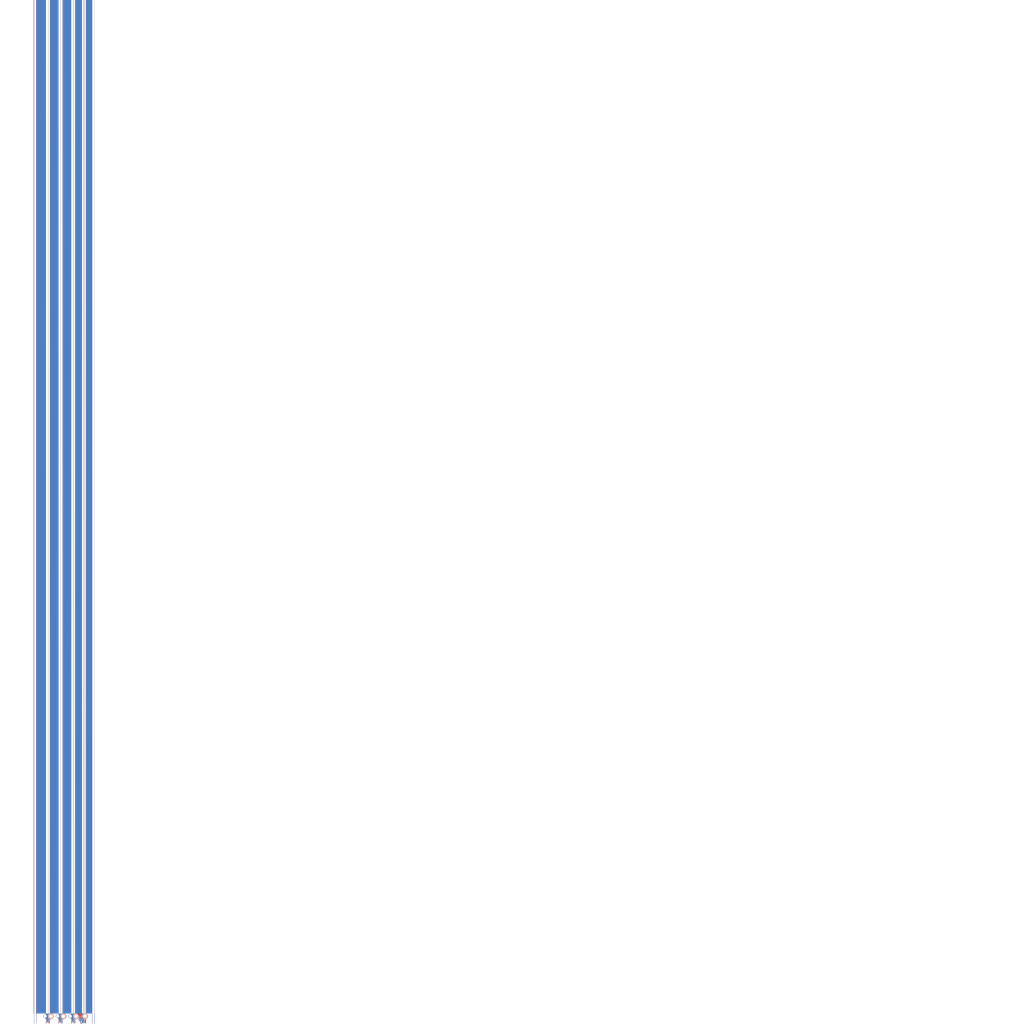
<source format=kicad_pcb>
(kicad_pcb (version 20171130) (host pcbnew 5.0.2+dfsg1-1)
  (layers (0 F.Cu signal) (31 B.Cu signal) (34 B.Paste user) (35 F.Paste user) (36 B.SilkS user) (37 F.SilkS user) (38 B.Mask user) (39 F.Mask user) (44 Edge.Cuts user))
  (net 0 "")
  (module 3ATTMIX_0112-brd:fsilk (layer F.Cu) (at 0 0)
    (fp_text reference G*** hide)
    (fp_text value fsilk hide)
    (fp_poly (pts (xy 44.158416 -14.500217) (xy 44.60098 -14.453086) (xy 45.019995 -14.376595) (xy 45.424607 -14.268278) (xy 45.823959 -14.125668) (xy 46.227197 -13.946299) (xy 46.245575 -13.937326) (xy 46.661701 -13.710134) (xy 47.054343 -13.448748) (xy 47.421735 -13.155311) (xy 47.762112 -12.831968) (xy 48.073707 -12.480862) (xy 48.354754 -12.104138) (xy 48.603488 -11.703939) (xy 48.818142 -11.282409) (xy 48.99695 -10.841692) (xy 49.121523 -10.445995) (xy 49.21394 -10.048725) (xy 49.277747 -9.640304) (xy 49.311798 -9.23181) (xy 49.314948 -8.834321) (xy 49.306012 -8.662459) (xy 49.260592 -8.225107) (xy 49.187991 -7.813044) (xy 49.085787 -7.417221) (xy 48.951558 -7.028586) (xy 48.782881 -6.638092) (xy 48.740933 -6.551084) (xy 48.514 -6.136046) (xy 48.252701 -5.743801) (xy 47.959392 -5.376329) (xy 47.636427 -5.035612) (xy 47.286162 -4.723632) (xy 46.910951 -4.44237) (xy 46.513151 -4.193807) (xy 46.095116 -3.979925) (xy 45.659201 -3.802705) (xy 45.358832 -3.705618) (xy 45.027725 -3.621785) (xy 44.678221 -3.556022) (xy 44.322933 -3.509897) (xy 43.974474 -3.484981) (xy 43.645456 -3.482843) (xy 43.586916 -3.485107) (xy 43.10446 -3.527019) (xy 42.637217 -3.607645) (xy 42.181769 -3.727887) (xy 41.734697 -3.888644) (xy 41.298574 -4.087788) (xy 40.88319 -4.320904) (xy 40.49277 -4.587295) (xy 40.128826 -4.884993) (xy 39.792869 -5.21203) (xy 39.486412 -5.566437) (xy 39.210964 -5.946248) (xy 38.968039 -6.349492) (xy 38.759147 -6.774204) (xy 38.5858 -7.218413) (xy 38.449509 -7.680154) (xy 38.410145 -7.848736) (xy 38.345821 -8.218701) (xy 38.307401 -8.610732) (xy 38.299212 -8.875222) (xy 40.593391 -8.875222) (xy 40.608864 -8.633344) (xy 40.640127 -8.414732) (xy 40.641263 -8.40893) (xy 40.732882 -8.045461) (xy 40.860103 -7.704589) (xy 41.023728 -7.3848) (xy 41.224564 -7.084583) (xy 41.463413 -6.802423) (xy 41.533564 -6.730102) (xy 41.811916 -6.479796) (xy 42.110687 -6.266285) (xy 42.428559 -6.090219) (xy 42.764212 -5.952248) (xy 43.116329 -5.853021) (xy 43.419496 -5.800635) (xy 43.544671 -5.790703) (xy 43.698928 -5.787339) (xy 43.869613 -5.790039) (xy 44.044069 -5.798301) (xy 44.20964 -5.811622) (xy 44.353671 -5.829499) (xy 44.414585 -5.840175) (xy 44.771376 -5.932475) (xy 45.111347 -6.062473) (xy 45.431948 -6.228221) (xy 45.730629 -6.427772) (xy 46.004839 -6.65918) (xy 46.252029 -6.920497) (xy 46.469648 -7.209776) (xy 46.655146 -7.52507) (xy 46.67638 -7.567084) (xy 46.769692 -7.767474) (xy 46.843624 -7.957106) (xy 46.904392 -8.153771) (xy 46.957369 -8.371417) (xy 46.974256 -8.454805) (xy 46.986577 -8.534159) (xy 46.994997 -8.618622) (xy 47.00018 -8.717334) (xy 47.002789 -8.839436) (xy 47.003489 -8.99407) (xy 47.003483 -9.006417) (xy 47.002931 -9.156611) (xy 47.000953 -9.273933) (xy 46.996718 -9.367837) (xy 46.989399 -9.447781) (xy 46.978163 -9.523221) (xy 46.962183 -9.603612) (xy 46.944052 -9.68375) (xy 46.839419 -10.044577) (xy 46.699187 -10.385027) (xy 46.525158 -10.703072) (xy 46.319135 -10.996679) (xy 46.082921 -11.263818) (xy 45.818318 -11.502459) (xy 45.527128 -11.710572) (xy 45.211154 -11.886125) (xy 44.872199 -12.027089) (xy 44.860043 -12.031336) (xy 44.50747 -12.131943) (xy 44.150422 -12.191596) (xy 43.79213 -12.210832) (xy 43.435822 -12.190184) (xy 43.084726 -12.130189) (xy 42.74207 -12.031382) (xy 42.411083 -11.894297) (xy 42.094993 -11.71947) (xy 41.822713 -11.527789) (xy 41.5451 -11.283741) (xy 41.300039 -11.013142) (xy 41.088582 -10.717722) (xy 40.91178 -10.399209) (xy 40.770684 -10.059334) (xy 40.666346 -9.699826) (xy 40.641667 -9.584849) (xy 40.609798 -9.366535) (xy 40.593705 -9.124806) (xy 40.593391 -8.875222) (xy 38.299212 -8.875222) (xy 38.294934 -9.013374) (xy 38.308467 -9.415176) (xy 38.348047 -9.804682) (xy 38.400766 -10.110671) (xy 38.519575 -10.577755) (xy 38.676926 -11.028969) (xy 38.871375 -11.462361) (xy 39.101484 -11.875978) (xy 39.365813 -12.267868) (xy 39.662919 -12.636078) (xy 39.991364 -12.978654) (xy 40.349706 -13.293644) (xy 40.736506 -13.579096) (xy 41.143759 -13.829397) (xy 41.539199 -14.027211) (xy 41.957489 -14.193261) (xy 42.392452 -14.326174) (xy 42.837908 -14.424573) (xy 43.287678 -14.487085) (xy 43.735584 -14.512335) (xy 44.158416 -14.500217)) (layer B.Cu) (width 0.01))
  )
  (module LOGO (layer F.Cu) (at 0 0)
    (fp_text reference G*** hide)
    (fp_text value LOGO hide)
  )
  (module LOGO (layer F.Cu) (at 0 0)
    (fp_text reference G*** hide)
    (fp_text value LOGO hide)
  )
  (module LOGO (layer F.Cu) (at 0 0)
    (fp_text reference G*** hide)
    (fp_text value LOGO hide)
  )
  (module LOGO (layer F.Cu) (at 0 0)
    (fp_text reference G*** hide)
    (fp_text value LOGO hide)
    (fp_poly (pts (xy 43.066302 -3.059384) (xy 43.09935 -3.037782) (xy 43.13859 -3.000315) (xy 43.186438 -2.944156) (xy 43.245312 -2.866476) (xy 43.317627 -2.76445) (xy 43.405801 -2.635249) (xy 43.512251 -2.476046) (xy 43.633521 -2.292906) (xy 43.757386 -2.104936) (xy 43.85936 -1.948696) (xy 43.941188 -1.820794) (xy 44.004612 -1.717838) (xy 44.051378 -1.636436) (xy 44.083228 -1.573196) (xy 44.101907 -1.524727) (xy 44.109159 -1.487635) (xy 44.106728 -1.458531) (xy 44.096357 -1.434021) (xy 44.084202 -1.416333) (xy 44.019166 -1.362295) (xy 43.939285 -1.340938) (xy 43.897261 -1.344612) (xy 43.875967 -1.352777) (xy 43.851535 -1.370677) (xy 43.821094 -1.402048) (xy 43.78177 -1.450626) (xy 43.730691 -1.520147) (xy 43.664987 -1.614347) (xy 43.581783 -1.736962) (xy 43.488447 -1.876373) (xy 43.143056 -2.394204) (xy 43.10658 -2.11256) (xy 43.100728 -2.067166) (xy 43.089727 -1.981628) (xy 43.073816 -1.85779) (xy 43.053231 -1.697497) (xy 43.028208 -1.502594) (xy 42.998985 -1.274927) (xy 42.965797 -1.01634) (xy 42.928882 -0.728677) (xy 42.888477 -0.413786) (xy 42.844818 -0.073509) (xy 42.798141 0.290308) (xy 42.748684 0.67582) (xy 42.696683 1.081182) (xy 42.642376 1.504549) (xy 42.585998 1.944076) (xy 42.527786 2.397919) (xy 42.467978 2.864232) (xy 42.406809 3.34117) (xy 42.356487 3.733553) (xy 41.642869 9.298022) (xy 41.584754 9.348011) (xy 41.511977 9.390413) (xy 41.439938 9.390644) (xy 41.374355 9.355114) (xy 41.332471 9.314052) (xy 41.308487 9.275739) (xy 41.310191 9.251918) (xy 41.317097 9.187813) (xy 41.32899 9.085122) (xy 41.345657 8.945547) (xy 41.366885 8.770788) (xy 41.39246 8.562546) (xy 41.422168 8.32252) (xy 41.455796 8.052412) (xy 41.49313 7.753921) (xy 41.533956 7.428748) (xy 41.578061 7.078594) (xy 41.625231 6.705159) (xy 41.675252 6.310143) (xy 41.727912 5.895246) (xy 41.782996 5.46217) (xy 41.840291 5.012614) (xy 41.899582 4.54828) (xy 41.960657 4.070866) (xy 42.023302 3.582074) (xy 42.045661 3.407833) (xy 42.108795 2.915831) (xy 42.170482 2.434812) (xy 42.230506 1.966464) (xy 42.288653 1.512475) (xy 42.344707 1.074533) (xy 42.398453 0.654328) (xy 42.449676 0.253548) (xy 42.498161 -0.126119) (xy 42.543692 -0.482985) (xy 42.586055 -0.81536) (xy 42.625034 -1.121556) (xy 42.660414 -1.399884) (xy 42.69198 -1.648657) (xy 42.719517 -1.866185) (xy 42.742809 -2.05078) (xy 42.761642 -2.200754) (xy 42.775799 -2.314418) (xy 42.785067 -2.390084) (xy 42.78923 -2.426062) (xy 42.789437 -2.428975) (xy 42.773107 -2.416855) (xy 42.729395 -2.379945) (xy 42.662363 -2.3218) (xy 42.576076 -2.245971) (xy 42.474597 -2.156013) (xy 42.36199 -2.055477) (xy 42.350319 -2.04502) (xy 42.234421 -1.941697) (xy 42.126965 -1.846962) (xy 42.032502 -1.764744) (xy 41.955582 -1.69897) (xy 41.900757 -1.653571) (xy 41.872577 -1.632473) (xy 41.872032 -1.63217) (xy 41.797906 -1.610146) (xy 41.72691 -1.628372) (xy 41.690604 -1.652537) (xy 41.64482 -1.712788) (xy 41.631758 -1.787626) (xy 41.651308 -1.864911) (xy 41.693042 -1.923026) (xy 41.750376 -1.977708) (xy 41.829773 -2.051182) (xy 41.92705 -2.139763) (xy 42.038027 -2.239767) (xy 42.158521 -2.347509) (xy 42.284352 -2.459305) (xy 42.411338 -2.571468) (xy 42.535297 -2.680315) (xy 42.652049 -2.78216) (xy 42.757411 -2.873319) (xy 42.847203 -2.950107) (xy 42.917242 -3.008839) (xy 42.963348 -3.04583) (xy 42.980139 -3.057273) (xy 43.009114 -3.066302) (xy 43.037029 -3.067948) (xy 43.066302 -3.059384)) (layer F.Cu) (width 0.01))
    (fp_poly (pts (xy -29.972184 -3.107123) (xy -29.966921 -3.103358) (xy -29.94971 -3.077385) (xy -29.918603 -3.01732) (xy -29.875789 -2.928229) (xy -29.823458 -2.815177) (xy -29.7638 -2.683231) (xy -29.699004 -2.537456) (xy -29.631259 -2.382919) (xy -29.562756 -2.224685) (xy -29.495684 -2.06782) (xy -29.432233 -1.91739) (xy -29.374592 -1.77846) (xy -29.32495 -1.656098) (xy -29.285498 -1.555368) (xy -29.258426 -1.481337) (xy -29.245921 -1.439071) (xy -29.245327 -1.43387) (xy -29.263693 -1.362936) (xy -29.311323 -1.308989) (xy -29.376821 -1.27723) (xy -29.448793 -1.27286) (xy -29.515841 -1.301082) (xy -29.523172 -1.307042) (xy -29.543498 -1.33658) (xy -29.577173 -1.399177) (xy -29.621283 -1.488805) (xy -29.67291 -1.599442) (xy -29.729139 -1.725059) (xy -29.76132 -1.799167) (xy -29.819509 -1.934569) (xy -29.87453 -2.06245) (xy -29.923371 -2.175818) (xy -29.963016 -2.26768) (xy -29.990453 -2.331041) (xy -29.998499 -2.3495) (xy -30.040224 -2.44475) (xy -30.070357 -2.360084) (xy -30.079223 -2.332886) (xy -30.100281 -2.266979) (xy -30.133005 -2.164034) (xy -30.176867 -2.025719) (xy -30.23134 -1.853703) (xy -30.295897 -1.649655) (xy -30.370011 -1.415245) (xy -30.453156 -1.152142) (xy -30.544803 -0.862015) (xy -30.644427 -0.546533) (xy -30.751499 -0.207365) (xy -30.865493 0.15382) (xy -30.985881 0.535353) (xy -31.112137 0.935563) (xy -31.243734 1.352783) (xy -31.380144 1.785344) (xy -31.520841 2.231575) (xy -31.665297 2.689808) (xy -31.812985 3.158373) (xy -31.838237 3.2385) (xy -32.031979 3.853003) (xy -32.213358 4.427785) (xy -32.382599 4.963544) (xy -32.539925 5.460979) (xy -32.685561 5.920787) (xy -32.81973 6.343667) (xy -32.942656 6.730316) (xy -33.054562 7.081434) (xy -33.155673 7.397717) (xy -33.246212 7.679864) (xy -33.326404 7.928574) (xy -33.396471 8.144544) (xy -33.456639 8.328472) (xy -33.50713 8.481058) (xy -33.548168 8.602998) (xy -33.579978 8.694991) (xy -33.602782 8.757735) (xy -33.616806 8.791928) (xy -33.620784 8.798744) (xy -33.687066 8.844953) (xy -33.758967 8.859509) (xy -33.81375 8.844903) (xy -33.879829 8.78962) (xy -33.907752 8.717693) (xy -33.909 8.695575) (xy -33.902745 8.672454) (xy -33.884397 8.610945) (xy -33.854579 8.513036) (xy -33.813915 8.380718) (xy -33.76303 8.215981) (xy -33.702547 8.020813) (xy -33.633091 7.797204) (xy -33.555286 7.547143) (xy -33.469755 7.272621) (xy -33.377123 6.975626) (xy -33.278013 6.658148) (xy -33.17305 6.322177) (xy -33.062859 5.969701) (xy -32.948061 5.602711) (xy -32.829283 5.223197) (xy -32.707148 4.833146) (xy -32.582279 4.43455) (xy -32.455302 4.029397) (xy -32.32684 3.619677) (xy -32.197516 3.207379) (xy -32.067956 2.794493) (xy -31.938783 2.383009) (xy -31.810621 1.974916) (xy -31.684095 1.572203) (xy -31.559827 1.17686) (xy -31.438443 0.790876) (xy -31.320566 0.416241) (xy -31.206821 0.054944) (xy -31.097831 -0.291024) (xy -30.994221 -0.619676) (xy -30.896614 -0.92902) (xy -30.805634 -1.217069) (xy -30.721906 -1.481831) (xy -30.646054 -1.721319) (xy -30.578702 -1.933541) (xy -30.520473 -2.116509) (xy -30.471992 -2.268234) (xy -30.433882 -2.386725) (xy -30.406769 -2.469994) (xy -30.405692 -2.473259) (xy -30.375339 -2.565268) (xy -30.422378 -2.534619) (xy -30.452754 -2.515462) (xy -30.513809 -2.477466) (xy -30.600157 -2.423966) (xy -30.706413 -2.358293) (xy -30.827192 -2.283781) (xy -30.938737 -2.215069) (xy -31.098223 -2.117682) (xy -31.226456 -2.041857) (xy -31.327682 -1.986097) (xy -31.406151 -1.948906) (xy -31.46611 -1.928785) (xy -31.511807 -1.924239) (xy -31.547491 -1.933769) (xy -31.577409 -1.95588) (xy -31.600297 -1.981938) (xy -31.637238 -2.056537) (xy -31.638805 -2.13345) (xy -31.607125 -2.197342) (xy -31.580896 -2.218152) (xy -31.522849 -2.258112) (xy -31.437357 -2.314408) (xy -31.32879 -2.384226) (xy -31.201521 -2.464752) (xy -31.059922 -2.553172) (xy -30.9245 -2.636769) (xy -30.772 -2.73053) (xy -30.628181 -2.819189) (xy -30.497724 -2.899844) (xy -30.385306 -2.969592) (xy -30.295607 -3.025531) (xy -30.233307 -3.06476) (xy -30.205212 -3.082916) (xy -30.122509 -3.121473) (xy -30.040624 -3.129903) (xy -29.972184 -3.107123)) (layer F.Cu) (width 0.01))
    (fp_poly (pts (xy -3.514571 -3.118908) (xy -3.474408 -3.095625) (xy -3.456053 -3.067903) (xy -3.423823 -3.00614) (xy -3.379935 -2.915452) (xy -3.326609 -2.800953) (xy -3.266065 -2.667757) (xy -3.200522 -2.520979) (xy -3.132198 -2.365733) (xy -3.063314 -2.207134) (xy -2.996088 -2.050295) (xy -2.932739 -1.90033) (xy -2.875488 -1.762356) (xy -2.826553 -1.641485) (xy -2.788154 -1.542831) (xy -2.76251 -1.471511) (xy -2.751839 -1.432637) (xy -2.751667 -1.430062) (xy -2.770593 -1.365377) (xy -2.818699 -1.309632) (xy -2.882979 -1.275278) (xy -2.918858 -1.27) (xy -2.984172 -1.285923) (xy -3.033347 -1.317625) (xy -3.057065 -1.351614) (xy -3.094486 -1.420642) (xy -3.143562 -1.520454) (xy -3.202243 -1.646796) (xy -3.26848 -1.795413) (xy -3.313739 -1.899897) (xy -3.374008 -2.038784) (xy -3.429365 -2.163096) (xy -3.47756 -2.26804) (xy -3.516344 -2.348821) (xy -3.543465 -2.400646) (xy -3.556674 -2.418721) (xy -3.55715 -2.418481) (xy -3.564631 -2.39719) (xy -3.584301 -2.337148) (xy -3.615642 -2.239987) (xy -3.658139 -2.107338) (xy -3.711274 -1.940831) (xy -3.774532 -1.742098) (xy -3.847396 -1.51277) (xy -3.92935 -1.254479) (xy -4.019876 -0.968855) (xy -4.118459 -0.65753) (xy -4.224583 -0.322134) (xy -4.33773 0.0357) (xy -4.457384 0.414342) (xy -4.58303 0.812161) (xy -4.714149 1.227525) (xy -4.850227 1.658804) (xy -4.990746 2.104365) (xy -5.13519 2.562579) (xy -5.283042 3.031813) (xy -5.331382 3.185271) (xy -5.500619 3.722278) (xy -5.663672 4.239083) (xy -5.820167 4.734516) (xy -5.969731 5.207408) (xy -6.11199 5.656591) (xy -6.246571 6.080895) (xy -6.3731 6.479151) (xy -6.491203 6.850191) (xy -6.600508 7.192844) (xy -6.70064 7.505941) (xy -6.791226 7.788315) (xy -6.871892 8.038794) (xy -6.942266 8.256211) (xy -7.001972 8.439397) (xy -7.050639 8.587181) (xy -7.087892 8.698395) (xy -7.113358 8.77187) (xy -7.126662 8.806437) (xy -7.128152 8.808978) (xy -7.196952 8.850351) (xy -7.275049 8.857322) (xy -7.323667 8.841954) (xy -7.371931 8.802472) (xy -7.40519 8.755016) (xy -7.407562 8.747413) (xy -7.408433 8.736093) (xy -7.407371 8.719651) (xy -7.403947 8.696682) (xy -7.397728 8.665781) (xy -7.388284 8.625543) (xy -7.375184 8.574564) (xy -7.357997 8.511438) (xy -7.336292 8.434761) (xy -7.309637 8.343128) (xy -7.277602 8.235134) (xy -7.239756 8.109374) (xy -7.195668 7.964444) (xy -7.144907 7.798938) (xy -7.087041 7.611451) (xy -7.02164 7.40058) (xy -6.948272 7.164918) (xy -6.866508 6.903062) (xy -6.775915 6.613605) (xy -6.676063 6.295144) (xy -6.56652 5.946274) (xy -6.446856 5.565589) (xy -6.31664 5.151685) (xy -6.17544 4.703157) (xy -6.022826 4.2186) (xy -5.858367 3.696609) (xy -5.681631 3.13578) (xy -5.665229 3.083735) (xy -5.516102 2.610443) (xy -5.370368 2.147692) (xy -5.228537 1.697107) (xy -5.091117 1.26031) (xy -4.958617 0.838927) (xy -4.831545 0.43458) (xy -4.710411 0.048894) (xy -4.595724 -0.316508) (xy -4.487991 -0.660001) (xy -4.387722 -0.979962) (xy -4.295426 -1.274767) (xy -4.211611 -1.542793) (xy -4.136787 -1.782415) (xy -4.071461 -1.992009) (xy -4.016144 -2.169953) (xy -3.971343 -2.314621) (xy -3.937567 -2.42439) (xy -3.915325 -2.497636) (xy -3.905126 -2.532736) (xy -3.904507 -2.535729) (xy -3.923835 -2.527148) (xy -3.974494 -2.499008) (xy -4.051832 -2.454051) (xy -4.151197 -2.395019) (xy -4.267935 -2.324654) (xy -4.397396 -2.245697) (xy -4.415036 -2.234871) (xy -4.57266 -2.138683) (xy -4.699145 -2.063322) (xy -4.798981 -2.006759) (xy -4.876661 -1.966961) (xy -4.936674 -1.941897) (xy -4.983514 -1.929536) (xy -5.021669 -1.927846) (xy -5.055633 -1.934795) (xy -5.068469 -1.939316) (xy -5.109622 -1.973921) (xy -5.14135 -2.032336) (xy -5.155286 -2.09605) (xy -5.152629 -2.12551) (xy -5.126396 -2.181279) (xy -5.10081 -2.21224) (xy -5.074646 -2.230869) (xy -5.016531 -2.269061) (xy -4.930578 -2.324212) (xy -4.820901 -2.39372) (xy -4.691614 -2.47498) (xy -4.546832 -2.565387) (xy -4.390667 -2.66234) (xy -4.346006 -2.689968) (xy -4.145706 -2.812887) (xy -3.972791 -2.917134) (xy -3.828733 -3.001863) (xy -3.715006 -3.066231) (xy -3.633083 -3.109392) (xy -3.584437 -3.130501) (xy -3.57422 -3.132588) (xy -3.514571 -3.118908)) (layer F.Cu) (width 0.01))
    (fp_poly (pts (xy 22.99082 -3.170136) (xy 23.035601 -3.136055) (xy 23.052218 -3.107791) (xy 23.083077 -3.04465) (xy 23.128431 -2.946058) (xy 23.188535 -2.811438) (xy 23.263642 -2.640215) (xy 23.354007 -2.431812) (xy 23.459882 -2.185653) (xy 23.581522 -1.901162) (xy 23.635832 -1.773725) (xy 23.68677 -1.649835) (xy 23.719485 -1.557098) (xy 23.734822 -1.488871) (xy 23.733625 -1.438512) (xy 23.716737 -1.399378) (xy 23.687499 -1.36706) (xy 23.639766 -1.338541) (xy 23.587023 -1.321213) (xy 23.550648 -1.317481) (xy 23.517372 -1.324238) (xy 23.484785 -1.345175) (xy 23.450478 -1.383985) (xy 23.412041 -1.444361) (xy 23.367065 -1.529993) (xy 23.31314 -1.644575) (xy 23.247856 -1.791799) (xy 23.185322 -1.93675) (xy 23.125167 -2.076678) (xy 23.070112 -2.203792) (xy 23.022439 -2.312905) (xy 22.984426 -2.39883) (xy 22.958353 -2.456378) (xy 22.9465 -2.480362) (xy 22.94636 -2.480541) (xy 22.939053 -2.461865) (xy 22.919568 -2.404419) (xy 22.888419 -2.309823) (xy 22.84612 -2.179693) (xy 22.793186 -2.015646) (xy 22.730131 -1.819301) (xy 22.657469 -1.592274) (xy 22.575714 -1.336183) (xy 22.485382 -1.052645) (xy 22.386985 -0.743277) (xy 22.281038 -0.409697) (xy 22.168056 -0.053523) (xy 22.048553 0.323629) (xy 21.923043 0.720141) (xy 21.79204 1.134396) (xy 21.656059 1.564776) (xy 21.515614 2.009664) (xy 21.371219 2.467442) (xy 21.223388 2.936494) (xy 21.169535 3.107459) (xy 20.965944 3.753579) (xy 20.774832 4.359469) (xy 20.596134 4.92533) (xy 20.429786 5.451364) (xy 20.275724 5.937772) (xy 20.133882 6.384756) (xy 20.004197 6.792517) (xy 19.886604 7.161257) (xy 19.781038 7.491179) (xy 19.687435 7.782483) (xy 19.60573 8.035371) (xy 19.535859 8.250044) (xy 19.477757 8.426705) (xy 19.43136 8.565556) (xy 19.396603 8.666796) (xy 19.373422 8.73063) (xy 19.361752 8.757257) (xy 19.361387 8.757708) (xy 19.298719 8.797897) (xy 19.224399 8.804144) (xy 19.15175 8.776692) (xy 19.123121 8.753378) (xy 19.087152 8.703282) (xy 19.071211 8.653131) (xy 19.071167 8.650983) (xy 19.077419 8.628384) (xy 19.09576 8.567394) (xy 19.125566 8.470001) (xy 19.166214 8.338194) (xy 19.217079 8.173962) (xy 19.277536 7.979292) (xy 19.346964 7.756173) (xy 19.424737 7.506593) (xy 19.510232 7.232541) (xy 19.602824 6.936006) (xy 19.70189 6.618975) (xy 19.806807 6.283437) (xy 19.916949 5.93138) (xy 20.031694 5.564793) (xy 20.150417 5.185665) (xy 20.272494 4.795983) (xy 20.397302 4.397736) (xy 20.524217 3.992912) (xy 20.652615 3.5835) (xy 20.781871 3.171489) (xy 20.911363 2.758866) (xy 21.040465 2.34762) (xy 21.168555 1.93974) (xy 21.295008 1.537213) (xy 21.419201 1.142028) (xy 21.540509 0.756175) (xy 21.658309 0.38164) (xy 21.771977 0.020412) (xy 21.880889 -0.325519) (xy 21.984421 -0.654166) (xy 22.081948 -0.963541) (xy 22.172849 -1.251655) (xy 22.256497 -1.516519) (xy 22.33227 -1.756145) (xy 22.399544 -1.968545) (xy 22.457694 -2.151731) (xy 22.506097 -2.303713) (xy 22.544129 -2.422505) (xy 22.571166 -2.506116) (xy 22.584687 -2.547009) (xy 22.604995 -2.606934) (xy 22.515539 -2.554449) (xy 22.472066 -2.528417) (xy 22.398937 -2.484037) (xy 22.30252 -2.425198) (xy 22.189182 -2.35579) (xy 22.065288 -2.279703) (xy 21.993032 -2.235233) (xy 21.843327 -2.143778) (xy 21.724518 -2.073667) (xy 21.631953 -2.02325) (xy 21.560984 -1.990877) (xy 21.506961 -1.974897) (xy 21.465235 -1.973661) (xy 21.431157 -1.985516) (xy 21.400076 -2.008815) (xy 21.387954 -2.020455) (xy 21.344587 -2.090129) (xy 21.340015 -2.166887) (xy 21.374432 -2.240437) (xy 21.383625 -2.25128) (xy 21.409367 -2.27117) (xy 21.466385 -2.310153) (xy 21.549861 -2.365202) (xy 21.654978 -2.433289) (xy 21.776917 -2.511385) (xy 21.910862 -2.596462) (xy 22.051994 -2.685493) (xy 22.195496 -2.775449) (xy 22.33655 -2.863303) (xy 22.470339 -2.946026) (xy 22.592044 -3.020591) (xy 22.696848 -3.083969) (xy 22.779934 -3.133132) (xy 22.836484 -3.165052) (xy 22.842595 -3.168278) (xy 22.9175 -3.186579) (xy 22.99082 -3.170136)) (layer F.Cu) (width 0.01))
    (fp_poly (pts (xy 32.067812 -5.926667) (xy 32.092575 -5.92677) (xy 32.113884 -5.925109) (xy 32.131998 -5.918728) (xy 32.147176 -5.904672) (xy 32.159677 -5.879985) (xy 32.16976 -5.841711) (xy 32.177685 -5.786896) (xy 32.183711 -5.712584) (xy 32.188098 -5.615819) (xy 32.191104 -5.493646) (xy 32.192989 -5.343109) (xy 32.194012 -5.161253) (xy 32.194433 -4.945122) (xy 32.194511 -4.691762) (xy 32.1945 -4.482624) (xy 32.1945 -3.132667) (xy 34.184167 -3.132667) (xy 34.184167 -4.482624) (xy 34.184161 -4.764876) (xy 34.184314 -5.00775) (xy 34.184883 -5.214203) (xy 34.186121 -5.38719) (xy 34.188287 -5.529668) (xy 34.191634 -5.644592) (xy 34.196418 -5.734919) (xy 34.202896 -5.803604) (xy 34.211324 -5.853604) (xy 34.221956 -5.887873) (xy 34.235048 -5.909369) (xy 34.250857 -5.921046) (xy 34.269638 -5.925862) (xy 34.291646 -5.926772) (xy 34.309086 -5.926667) (xy 34.334397 -5.927005) (xy 34.356167 -5.926045) (xy 34.374664 -5.920827) (xy 34.390154 -5.90839) (xy 34.402902 -5.885773) (xy 34.413175 -5.850016) (xy 34.421239 -5.798158) (xy 34.42736 -5.727239) (xy 34.431804 -5.634298) (xy 34.434838 -5.516374) (xy 34.436728 -5.370507) (xy 34.43774 -5.193737) (xy 34.43814 -4.983103) (xy 34.438194 -4.735643) (xy 34.438167 -4.490959) (xy 34.438167 -3.132667) (xy 36.427833 -3.132667) (xy 36.428145 -4.471459) (xy 36.4284 -4.758545) (xy 36.429055 -5.005875) (xy 36.43016 -5.216024) (xy 36.431765 -5.391566) (xy 36.433919 -5.535078) (xy 36.436673 -5.649135) (xy 36.440076 -5.736312) (xy 36.444178 -5.799184) (xy 36.449029 -5.840327) (xy 36.454678 -5.862316) (xy 36.455086 -5.863167) (xy 36.495227 -5.904685) (xy 36.552951 -5.924811) (xy 36.61182 -5.921123) (xy 36.654441 -5.892538) (xy 36.660177 -5.876747) (xy 36.665105 -5.844424) (xy 36.669278 -5.792878) (xy 36.672749 -5.71942) (xy 36.675571 -5.62136) (xy 36.677796 -5.496009) (xy 36.679476 -5.340677) (xy 36.680665 -5.152674) (xy 36.681415 -4.929311) (xy 36.681778 -4.667897) (xy 36.681833 -4.494083) (xy 36.681833 -3.13309) (xy 38.638135 -3.122084) (xy 38.670692 -3.063875) (xy 38.691231 -3.018092) (xy 38.687082 -2.982451) (xy 38.6715 -2.953739) (xy 38.655143 -2.931544) (xy 38.614123 -2.877794) (xy 38.549841 -2.794295) (xy 38.463699 -2.68285) (xy 38.3571 -2.545261) (xy 38.231446 -2.383333) (xy 38.088139 -2.198869) (xy 37.928581 -1.993672) (xy 37.754174 -1.769546) (xy 37.566321 -1.528294) (xy 37.366423 -1.271719) (xy 37.155883 -1.001626) (xy 36.936104 -0.719817) (xy 36.708486 -0.428096) (xy 36.538958 -0.210911) (xy 34.438167 2.479989) (xy 34.438167 4.18065) (xy 35.157833 4.900083) (xy 35.8775 5.619516) (xy 35.8775 5.253116) (xy 35.878556 5.103093) (xy 35.882313 4.989557) (xy 35.889652 4.906698) (xy 35.901453 4.84871) (xy 35.918597 4.809785) (xy 35.941966 4.784113) (xy 35.94946 4.778699) (xy 36.00636 4.763183) (xy 36.066989 4.778374) (xy 36.095899 4.800578) (xy 36.106278 4.816558) (xy 36.114424 4.842116) (xy 36.120622 4.882099) (xy 36.125156 4.941353) (xy 36.128309 5.024723) (xy 36.130366 5.137058) (xy 36.131611 5.283203) (xy 36.132188 5.419547) (xy 36.13264 5.591393) (xy 36.132548 5.725877) (xy 36.131558 5.827968) (xy 36.129316 5.902636) (xy 36.125466 5.954852) (xy 36.119654 5.989585) (xy 36.111526 6.011805) (xy 36.100726 6.026483) (xy 36.08808 6.037635) (xy 36.046276 6.063489) (xy 36.01803 6.069921) (xy 35.991034 6.068354) (xy 35.927665 6.06651) (xy 35.833881 6.064505) (xy 35.715641 6.062454) (xy 35.578901 6.060475) (xy 35.455422 6.058966) (xy 35.277891 6.056591) (xy 35.138182 6.053306) (xy 35.031785 6.048206) (xy 34.95419 6.040384) (xy 34.900886 6.028935) (xy 34.867362 6.012954) (xy 34.849108 5.991535) (xy 34.841614 5.963773) (xy 34.840333 5.935481) (xy 34.843161 5.897673) (xy 34.855108 5.869187) (xy 34.881371 5.848718) (xy 34.927146 5.834962) (xy 34.99763 5.826613) (xy 35.098017 5.822368) (xy 35.233506 5.82092) (xy 35.296928 5.820833) (xy 35.420159 5.82001) (xy 35.527383 5.817724) (xy 35.611997 5.814243) (xy 35.667402 5.809839) (xy 35.687 5.804846) (xy 35.672468 5.787192) (xy 35.630766 5.742577) (xy 35.564731 5.6739) (xy 35.477203 5.584059) (xy 35.371021 5.475952) (xy 35.249023 5.352478) (xy 35.114047 5.216535) (xy 34.968933 5.071021) (xy 34.935583 5.037666) (xy 34.184167 4.286473) (xy 34.184167 2.474328) (xy 32.042445 -0.239211) (xy 31.807215 -0.537467) (xy 31.5791 -0.827132) (xy 31.359487 -1.106427) (xy 31.149762 -1.373574) (xy 30.951309 -1.626793) (xy 30.765515 -1.864306) (xy 30.593766 -2.084332) (xy 30.437446 -2.285093) (xy 30.297941 -2.46481) (xy 30.176638 -2.621703) (xy 30.074921 -2.753994) (xy 29.994176 -2.859904) (xy 29.988034 -2.868084) (xy 30.286495 -2.868084) (xy 32.293539 -0.323344) (xy 32.520864 -0.035269) (xy 32.741127 0.243558) (xy 32.952898 0.511343) (xy 33.154747 0.766289) (xy 33.345245 1.006601) (xy 33.522962 1.230482) (xy 33.68647 1.436137) (xy 33.834337 1.62177) (xy 33.965135 1.785585) (xy 34.077434 1.925787) (xy 34.169804 2.040579) (xy 34.240816 2.128166) (xy 34.289041 2.186752) (xy 34.313048 2.214541) (xy 34.315515 2.216656) (xy 34.330002 2.199713) (xy 34.369075 2.151187) (xy 34.431308 2.072897) (xy 34.515277 1.966658) (xy 34.619555 1.83429) (xy 34.742718 1.677608) (xy 34.883341 1.498431) (xy 35.039999 1.298576) (xy 35.211266 1.07986) (xy 35.395717 0.844101) (xy 35.591927 0.593117) (xy 35.798471 0.328724) (xy 36.013924 0.05274) (xy 36.236861 -0.233017) (xy 36.310996 -0.328084) (xy 38.291546 -2.868084) (xy 36.290773 -2.873483) (xy 35.939757 -2.874287) (xy 35.5549 -2.874912) (xy 35.144695 -2.875357) (xy 34.717635 -2.875623) (xy 34.282212 -2.87571) (xy 33.846918 -2.875617) (xy 33.420247 -2.875345) (xy 33.01069 -2.874893) (xy 32.62674 -2.874262) (xy 32.288247 -2.873483) (xy 30.286495 -2.868084) (xy 29.988034 -2.868084) (xy 29.935789 -2.937652) (xy 29.901146 -2.985461) (xy 29.891419 -3.001117) (xy 29.898571 -3.056388) (xy 29.919754 -3.091076) (xy 29.929855 -3.10075) (xy 29.943554 -3.108796) (xy 29.964559 -3.115364) (xy 29.996577 -3.120603) (xy 30.043315 -3.124663) (xy 30.10848 -3.127694) (xy 30.19578 -3.129846) (xy 30.308921 -3.131269) (xy 30.451611 -3.132112) (xy 30.627558 -3.132525) (xy 30.840468 -3.132659) (xy 30.948947 -3.132667) (xy 31.9405 -3.132667) (xy 31.9405 -4.496405) (xy 31.940461 -4.777421) (xy 31.940518 -5.019068) (xy 31.940938 -5.22431) (xy 31.941982 -5.396112) (xy 31.943915 -5.537438) (xy 31.947 -5.651253) (xy 31.951503 -5.740521) (xy 31.957685 -5.808205) (xy 31.965813 -5.857271) (xy 31.976148 -5.890683) (xy 31.988955 -5.911404) (xy 32.004498 -5.9224) (xy 32.023041 -5.926634) (xy 32.044847 -5.927071) (xy 32.067812 -5.926667)) (layer F.Cu) (width 0.01))
    (fp_poly (pts (xy -39.563844 -8.517374) (xy -39.530588 -8.498177) (xy -39.526537 -8.49607) (xy -39.523293 -8.495823) (xy -39.520434 -8.496113) (xy -39.517533 -8.495616) (xy -39.514167 -8.493007) (xy -39.509912 -8.486962) (xy -39.504343 -8.476158) (xy -39.497036 -8.459271) (xy -39.487566 -8.434976) (xy -39.475509 -8.40195) (xy -39.460441 -8.358868) (xy -39.441937 -8.304407) (xy -39.419573 -8.237243) (xy -39.392924 -8.156051) (xy -39.361566 -8.059508) (xy -39.325075 -7.946289) (xy -39.283027 -7.815072) (xy -39.234996 -7.664531) (xy -39.180559 -7.493342) (xy -39.119292 -7.300183) (xy -39.050769 -7.083728) (xy -38.974566 -6.842653) (xy -38.89026 -6.575636) (xy -38.797425 -6.281351) (xy -38.695638 -5.958475) (xy -38.584473 -5.605684) (xy -38.463508 -5.221654) (xy -38.332316 -4.805061) (xy -38.190474 -4.35458) (xy -38.037558 -3.868888) (xy -37.873143 -3.346661) (xy -37.696804 -2.786575) (xy -37.527634 -2.249287) (xy -37.377696 -1.773216) (xy -37.23102 -1.307733) (xy -37.088115 -0.854448) (xy -36.949492 -0.414975) (xy -36.815662 0.009075) (xy -36.687136 0.41609) (xy -36.564424 0.804458) (xy -36.448036 1.172566) (xy -36.338484 1.518803) (xy -36.236278 1.841556) (xy -36.141928 2.139213) (xy -36.055945 2.410162) (xy -35.978841 2.652791) (xy -35.911124 2.865489) (xy -35.853307 3.046642) (xy -35.805899 3.194639) (xy -35.769412 3.307867) (xy -35.744355 3.384716) (xy -35.73124 3.423571) (xy -35.729333 3.428254) (xy -35.718572 3.409574) (xy -35.693482 3.35689) (xy -35.65629 3.275159) (xy -35.609219 3.169339) (xy -35.554496 3.04439) (xy -35.494344 2.905268) (xy -35.487289 2.888839) (xy -35.424858 2.745581) (xy -35.365516 2.613546) (xy -35.311882 2.498243) (xy -35.266575 2.405183) (xy -35.232216 2.339876) (xy -35.211423 2.30783) (xy -35.210758 2.307173) (xy -35.147006 2.272533) (xy -35.072844 2.267708) (xy -35.005737 2.29274) (xy -34.989039 2.306628) (xy -34.967134 2.329781) (xy -34.95082 2.353069) (xy -34.941185 2.38025) (xy -34.939315 2.415085) (xy -34.946298 2.461331) (xy -34.963221 2.522746) (xy -34.991171 2.603091) (xy -35.031235 2.706123) (xy -35.084501 2.835602) (xy -35.152055 2.995286) (xy -35.234984 3.188933) (xy -35.263288 3.254828) (xy -35.33866 3.428776) (xy -35.410372 3.59146) (xy -35.476423 3.738542) (xy -35.534812 3.865688) (xy -35.583537 3.968562) (xy -35.620596 4.042828) (xy -35.643988 4.084149) (xy -35.649042 4.090458) (xy -35.673349 4.108975) (xy -35.699325 4.120698) (xy -35.7304 4.124022) (xy -35.770009 4.117348) (xy -35.821583 4.099073) (xy -35.888554 4.067595) (xy -35.974356 4.021312) (xy -36.08242 3.958624) (xy -36.21618 3.877926) (xy -36.379067 3.777619) (xy -36.558735 3.665933) (xy -36.747441 3.548055) (xy -36.903149 3.449831) (xy -37.028999 3.368864) (xy -37.128129 3.302759) (xy -37.20368 3.249118) (xy -37.258789 3.205544) (xy -37.296597 3.169643) (xy -37.320243 3.139015) (xy -37.332865 3.111267) (xy -37.337604 3.083999) (xy -37.338 3.071025) (xy -37.320688 3.016036) (xy -37.278133 2.961438) (xy -37.224404 2.923325) (xy -37.202681 2.916252) (xy -37.178558 2.913287) (xy -37.152413 2.915218) (xy -37.120051 2.924224) (xy -37.077278 2.942487) (xy -37.019901 2.972186) (xy -36.943725 3.015503) (xy -36.844555 3.074617) (xy -36.7182 3.15171) (xy -36.560463 3.248962) (xy -36.548278 3.256495) (xy -36.404348 3.344434) (xy -36.283112 3.41637) (xy -36.187292 3.470793) (xy -36.119605 3.506192) (xy -36.082773 3.521055) (xy -36.0768 3.518447) (xy -36.084019 3.495492) (xy -36.103461 3.433753) (xy -36.134623 3.334822) (xy -36.177005 3.200291) (xy -36.230105 3.031753) (xy -36.29342 2.830799) (xy -36.36645 2.599022) (xy -36.448692 2.338013) (xy -36.539645 2.049365) (xy -36.638807 1.734669) (xy -36.745677 1.395518) (xy -36.859753 1.033503) (xy -36.980534 0.650217) (xy -37.107517 0.247252) (xy -37.240201 -0.1738) (xy -37.378084 -0.611348) (xy -37.520665 -1.063799) (xy -37.667441 -1.529561) (xy -37.817912 -2.007042) (xy -37.952114 -2.432893) (xy -38.146767 -3.050748) (xy -38.32889 -3.629215) (xy -38.498779 -4.169251) (xy -38.656731 -4.671813) (xy -38.803041 -5.137854) (xy -38.938007 -5.568333) (xy -39.061923 -5.964205) (xy -39.175087 -6.326427) (xy -39.277794 -6.655953) (xy -39.370342 -6.953742) (xy -39.453025 -7.220747) (xy -39.52614 -7.457926) (xy -39.589984 -7.666235) (xy -39.644852 -7.84663) (xy -39.691042 -8.000067) (xy -39.728848 -8.127502) (xy -39.758568 -8.229891) (xy -39.780497 -8.308191) (xy -39.794932 -8.363357) (xy -39.802169 -8.396345) (xy -39.80304 -8.407158) (xy -39.769689 -8.471286) (xy -39.710318 -8.513833) (xy -39.637509 -8.530597) (xy -39.563844 -8.517374)) (layer F.Cu) (width 0.01))
    (fp_poly (pts (xy -13.047389 -8.496188) (xy -13.03208 -8.482542) (xy -13.023694 -8.466794) (xy -13.008724 -8.429433) (xy -12.986856 -8.369481) (xy -12.957777 -8.285962) (xy -12.921173 -8.177897) (xy -12.87673 -8.044308) (xy -12.824136 -7.88422) (xy -12.763077 -7.696653) (xy -12.693238 -7.480631) (xy -12.614308 -7.235175) (xy -12.525971 -6.959309) (xy -12.427916 -6.652055) (xy -12.319827 -6.312435) (xy -12.201393 -5.939471) (xy -12.072298 -5.532187) (xy -11.932231 -5.089605) (xy -11.780876 -4.610747) (xy -11.617922 -4.094635) (xy -11.443053 -3.540293) (xy -11.255958 -2.946742) (xy -11.211166 -2.804584) (xy -11.060581 -2.326639) (xy -10.912708 -1.857309) (xy -10.768093 -1.39833) (xy -10.627286 -0.951441) (xy -10.490832 -0.518377) (xy -10.359279 -0.100875) (xy -10.233174 0.299327) (xy -10.113065 0.680493) (xy -9.999499 1.040887) (xy -9.893023 1.37877) (xy -9.794185 1.692407) (xy -9.703533 1.98006) (xy -9.621612 2.239992) (xy -9.548971 2.470468) (xy -9.486157 2.669749) (xy -9.433717 2.836099) (xy -9.3922 2.967782) (xy -9.362151 3.06306) (xy -9.344118 3.120196) (xy -9.341239 3.129306) (xy -9.307045 3.233278) (xy -9.276155 3.319537) (xy -9.251091 3.38161) (xy -9.234379 3.413023) (xy -9.229795 3.415056) (xy -9.217677 3.391579) (xy -9.191311 3.334374) (xy -9.153012 3.248672) (xy -9.105097 3.139703) (xy -9.04988 3.012698) (xy -8.989678 2.872887) (xy -8.987619 2.868083) (xy -8.925952 2.726488) (xy -8.867422 2.596442) (xy -8.814658 2.48345) (xy -8.77029 2.39302) (xy -8.736945 2.330658) (xy -8.717261 2.301875) (xy -8.650837 2.269227) (xy -8.579167 2.269879) (xy -8.513537 2.298757) (xy -8.465231 2.350788) (xy -8.445533 2.420897) (xy -8.4455 2.424058) (xy -8.454324 2.464792) (xy -8.4803 2.542011) (xy -8.522687 2.653837) (xy -8.580744 2.798387) (xy -8.653731 2.973784) (xy -8.740905 3.178146) (xy -8.763 3.229318) (xy -8.834339 3.394628) (xy -8.900083 3.547815) (xy -8.958389 3.684523) (xy -9.007414 3.800391) (xy -9.045314 3.891061) (xy -9.070246 3.952174) (xy -9.080368 3.979372) (xy -9.0805 3.980172) (xy -9.093007 4.005865) (xy -9.124141 4.048757) (xy -9.135298 4.062375) (xy -9.159663 4.089663) (xy -9.183922 4.109777) (xy -9.211529 4.121252) (xy -9.245936 4.122623) (xy -9.290596 4.112425) (xy -9.348964 4.089192) (xy -9.424491 4.05146) (xy -9.520631 3.997764) (xy -9.640836 3.926637) (xy -9.788561 3.836616) (xy -9.967257 3.726234) (xy -10.053383 3.672825) (xy -10.212927 3.573353) (xy -10.361757 3.479619) (xy -10.495886 3.394205) (xy -10.611325 3.319695) (xy -10.704085 3.258668) (xy -10.770178 3.213708) (xy -10.805616 3.187395) (xy -10.810091 3.182998) (xy -10.832431 3.123546) (xy -10.833616 3.050821) (xy -10.81383 2.987969) (xy -10.808477 2.98004) (xy -10.753953 2.935845) (xy -10.684199 2.913537) (xy -10.620375 2.919112) (xy -10.590128 2.934842) (xy -10.529231 2.969853) (xy -10.44294 3.021002) (xy -10.336509 3.085145) (xy -10.215195 3.159141) (xy -10.088689 3.237096) (xy -9.960504 3.315918) (xy -9.844354 3.386274) (xy -9.744988 3.445375) (xy -9.66715 3.490431) (xy -9.615588 3.518654) (xy -9.595048 3.527255) (xy -9.59498 3.527201) (xy -9.600468 3.506479) (xy -9.618204 3.44697) (xy -9.647692 3.350254) (xy -9.688438 3.217915) (xy -9.739945 3.051534) (xy -9.801719 2.852694) (xy -9.873265 2.622977) (xy -9.954087 2.363964) (xy -10.043689 2.077238) (xy -10.141578 1.76438) (xy -10.247257 1.426974) (xy -10.360231 1.0666) (xy -10.480005 0.684842) (xy -10.606083 0.283281) (xy -10.737971 -0.136501) (xy -10.875174 -0.572922) (xy -11.017195 -1.024399) (xy -11.16354 -1.48935) (xy -11.313713 -1.966194) (xy -11.449582 -2.397389) (xy -11.602913 -2.884092) (xy -11.75291 -3.360633) (xy -11.899075 -3.82541) (xy -12.040908 -4.276824) (xy -12.17791 -4.713272) (xy -12.309582 -5.133154) (xy -12.435424 -5.53487) (xy -12.554937 -5.916817) (xy -12.667623 -6.277396) (xy -12.772981 -6.615005) (xy -12.870512 -6.928044) (xy -12.959718 -7.214911) (xy -13.040098 -7.474005) (xy -13.111155 -7.703727) (xy -13.172387 -7.902474) (xy -13.223297 -8.068646) (xy -13.263384 -8.200641) (xy -13.29215 -8.29686) (xy -13.309095 -8.355701) (xy -13.313833 -8.375226) (xy -13.295792 -8.445282) (xy -13.249052 -8.496624) (xy -13.184687 -8.525035) (xy -13.113775 -8.526296) (xy -13.047389 -8.496188)) (layer F.Cu) (width 0.01))
    (fp_poly (pts (xy 13.43326 -8.558777) (xy 13.463241 -8.537478) (xy 13.473286 -8.513572) (xy 13.495652 -8.450228) (xy 13.530032 -8.348416) (xy 13.576115 -8.209102) (xy 13.633594 -8.033254) (xy 13.702158 -7.82184) (xy 13.781498 -7.575828) (xy 13.871306 -7.296186) (xy 13.971272 -6.983881) (xy 14.081087 -6.639881) (xy 14.200441 -6.265155) (xy 14.329027 -5.860669) (xy 14.466534 -5.427392) (xy 14.612653 -4.966291) (xy 14.767076 -4.478335) (xy 14.929492 -3.964491) (xy 15.099594 -3.425727) (xy 15.277071 -2.86301) (xy 15.365529 -2.582334) (xy 15.518803 -2.095908) (xy 15.668827 -1.619838) (xy 15.815101 -1.155716) (xy 15.957121 -0.705131) (xy 16.094387 -0.269673) (xy 16.226396 0.149067) (xy 16.352649 0.549499) (xy 16.472641 0.930032) (xy 16.585873 1.289077) (xy 16.691842 1.625044) (xy 16.790047 1.936341) (xy 16.879987 2.221379) (xy 16.961158 2.478568) (xy 17.033061 2.706316) (xy 17.095193 2.903035) (xy 17.147053 3.067134) (xy 17.188139 3.197022) (xy 17.217949 3.291109) (xy 17.235982 3.347805) (xy 17.241708 3.3655) (xy 17.254434 3.361347) (xy 17.279607 3.321882) (xy 17.314796 3.251426) (xy 17.348807 3.175) (xy 17.439874 2.962218) (xy 17.516079 2.785038) (xy 17.579065 2.640081) (xy 17.630477 2.523964) (xy 17.671959 2.433309) (xy 17.705156 2.364734) (xy 17.73171 2.314859) (xy 17.753266 2.280304) (xy 17.771469 2.257688) (xy 17.787962 2.243631) (xy 17.80439 2.234752) (xy 17.806565 2.23382) (xy 17.867984 2.218033) (xy 17.919847 2.217752) (xy 17.975688 2.245614) (xy 18.024679 2.2974) (xy 18.052828 2.35672) (xy 18.055167 2.376249) (xy 18.047132 2.402077) (xy 18.024435 2.461755) (xy 17.989183 2.550261) (xy 17.943486 2.662577) (xy 17.889453 2.793681) (xy 17.829192 2.938555) (xy 17.764812 3.092176) (xy 17.698423 3.249527) (xy 17.632132 3.405586) (xy 17.568049 3.555333) (xy 17.508283 3.693748) (xy 17.454942 3.815812) (xy 17.410135 3.916504) (xy 17.385198 3.971108) (xy 17.33981 4.03159) (xy 17.276173 4.073281) (xy 17.223379 4.085036) (xy 17.18702 4.075502) (xy 17.145 4.056349) (xy 17.086874 4.023383) (xy 17.002502 3.973341) (xy 16.896682 3.909246) (xy 16.774215 3.834116) (xy 16.639898 3.750973) (xy 16.498532 3.662835) (xy 16.354914 3.572725) (xy 16.213845 3.483661) (xy 16.080122 3.398665) (xy 15.958546 3.320756) (xy 15.853915 3.252954) (xy 15.771029 3.198281) (xy 15.714686 3.159756) (xy 15.689792 3.140519) (xy 15.65614 3.087697) (xy 15.642167 3.034608) (xy 15.659479 2.979156) (xy 15.702593 2.922195) (xy 15.758272 2.877182) (xy 15.813283 2.857574) (xy 15.816351 2.8575) (xy 15.847179 2.868363) (xy 15.908855 2.899112) (xy 15.996463 2.946979) (xy 16.105087 3.0092) (xy 16.229811 3.08301) (xy 16.36572 3.165642) (xy 16.38184 3.175583) (xy 16.514113 3.256932) (xy 16.634249 3.33016) (xy 16.737677 3.392537) (xy 16.819829 3.44133) (xy 16.876137 3.473806) (xy 16.902032 3.487233) (xy 16.903181 3.487374) (xy 16.897414 3.466931) (xy 16.879401 3.407695) (xy 16.849639 3.311245) (xy 16.808621 3.179158) (xy 16.756843 3.013012) (xy 16.694801 2.814386) (xy 16.622991 2.584858) (xy 16.541906 2.326005) (xy 16.452043 2.039405) (xy 16.353897 1.726637) (xy 16.247964 1.389278) (xy 16.134738 1.028907) (xy 16.014715 0.647101) (xy 15.888391 0.245439) (xy 15.75626 -0.174502) (xy 15.618818 -0.611143) (xy 15.47656 -1.062907) (xy 15.329982 -1.528216) (xy 15.179579 -2.005491) (xy 15.037639 -2.455751) (xy 14.833681 -3.102882) (xy 14.642431 -3.710205) (xy 14.463726 -4.278239) (xy 14.297405 -4.807507) (xy 14.143306 -5.298529) (xy 14.001267 -5.751827) (xy 13.871128 -6.167921) (xy 13.752725 -6.547332) (xy 13.645897 -6.890582) (xy 13.550483 -7.198192) (xy 13.466321 -7.470682) (xy 13.393249 -7.708574) (xy 13.331105 -7.912389) (xy 13.279728 -8.082647) (xy 13.238956 -8.219871) (xy 13.208627 -8.32458) (xy 13.188579 -8.397296) (xy 13.178651 -8.43854) (xy 13.177519 -8.448597) (xy 13.202618 -8.506824) (xy 13.231346 -8.542723) (xy 13.290719 -8.571943) (xy 13.364484 -8.577148) (xy 13.43326 -8.558777)) (layer F.Cu) (width 0.01))
    (fp_poly (pts (xy 44.196 -14.500217) (xy 44.638564 -14.453086) (xy 45.057579 -14.376595) (xy 45.462191 -14.268278) (xy 45.861543 -14.125668) (xy 46.264781 -13.946299) (xy 46.283159 -13.937326) (xy 46.699285 -13.710134) (xy 47.091927 -13.448748) (xy 47.459319 -13.155311) (xy 47.799696 -12.831968) (xy 48.111291 -12.480862) (xy 48.392338 -12.104138) (xy 48.641072 -11.703939) (xy 48.855726 -11.282409) (xy 49.034534 -10.841692) (xy 49.159107 -10.445995) (xy 49.251524 -10.048725) (xy 49.315331 -9.640304) (xy 49.349382 -9.23181) (xy 49.352532 -8.834321) (xy 49.343596 -8.662459) (xy 49.298176 -8.225107) (xy 49.225575 -7.813044) (xy 49.123371 -7.417221) (xy 48.989142 -7.028586) (xy 48.820465 -6.638092) (xy 48.778517 -6.551084) (xy 48.551584 -6.136046) (xy 48.290285 -5.743801) (xy 47.996976 -5.376329) (xy 47.674011 -5.035612) (xy 47.323746 -4.723632) (xy 46.948535 -4.44237) (xy 46.550735 -4.193807) (xy 46.1327 -3.979925) (xy 45.696785 -3.802705) (xy 45.396416 -3.705618) (xy 45.065309 -3.621785) (xy 44.715805 -3.556022) (xy 44.360517 -3.509897) (xy 44.012058 -3.484981) (xy 43.68304 -3.482843) (xy 43.6245 -3.485107) (xy 43.142044 -3.527019) (xy 42.674801 -3.607645) (xy 42.219353 -3.727887) (xy 41.772281 -3.888644) (xy 41.336158 -4.087788) (xy 40.920774 -4.320904) (xy 40.530354 -4.587295) (xy 40.16641 -4.884993) (xy 39.830453 -5.21203) (xy 39.523996 -5.566437) (xy 39.248548 -5.946248) (xy 39.005623 -6.349492) (xy 38.796731 -6.774204) (xy 38.623384 -7.218413) (xy 38.487093 -7.680154) (xy 38.447729 -7.848736) (xy 38.383405 -8.218701) (xy 38.344985 -8.610732) (xy 38.336796 -8.875222) (xy 40.630975 -8.875222) (xy 40.646448 -8.633344) (xy 40.677711 -8.414732) (xy 40.678847 -8.40893) (xy 40.770466 -8.045461) (xy 40.897687 -7.704589) (xy 41.061312 -7.3848) (xy 41.262148 -7.084583) (xy 41.500997 -6.802423) (xy 41.571148 -6.730102) (xy 41.8495 -6.479796) (xy 42.148271 -6.266285) (xy 42.466143 -6.090219) (xy 42.801796 -5.952248) (xy 43.153913 -5.853021) (xy 43.45708 -5.800635) (xy 43.582255 -5.790703) (xy 43.736512 -5.787339) (xy 43.907197 -5.790039) (xy 44.081653 -5.798301) (xy 44.247224 -5.811622) (xy 44.391255 -5.829499) (xy 44.452169 -5.840175) (xy 44.80896 -5.932475) (xy 45.148931 -6.062473) (xy 45.469532 -6.228221) (xy 45.768213 -6.427772) (xy 46.042423 -6.65918) (xy 46.289613 -6.920497) (xy 46.507232 -7.209776) (xy 46.69273 -7.52507) (xy 46.713964 -7.567084) (xy 46.807276 -7.767474) (xy 46.881208 -7.957106) (xy 46.941976 -8.153771) (xy 46.994953 -8.371417) (xy 47.01184 -8.454805) (xy 47.024161 -8.534159) (xy 47.032581 -8.618622) (xy 47.037764 -8.717334) (xy 47.040373 -8.839436) (xy 47.041073 -8.99407) (xy 47.041067 -9.006417) (xy 47.040515 -9.156611) (xy 47.038537 -9.273933) (xy 47.034302 -9.367837) (xy 47.026983 -9.447781) (xy 47.015747 -9.523221) (xy 46.999767 -9.603612) (xy 46.981636 -9.68375) (xy 46.877003 -10.044577) (xy 46.736771 -10.385027) (xy 46.562742 -10.703072) (xy 46.356719 -10.996679) (xy 46.120505 -11.263818) (xy 45.855902 -11.502459) (xy 45.564712 -11.710572) (xy 45.248738 -11.886125) (xy 44.909783 -12.027089) (xy 44.897627 -12.031336) (xy 44.545054 -12.131943) (xy 44.188006 -12.191596) (xy 43.829714 -12.210832) (xy 43.473406 -12.190184) (xy 43.12231 -12.130189) (xy 42.779654 -12.031382) (xy 42.448667 -11.894297) (xy 42.132577 -11.71947) (xy 41.860297 -11.527789) (xy 41.582684 -11.283741) (xy 41.337623 -11.013142) (xy 41.126166 -10.717722) (xy 40.949364 -10.399209) (xy 40.808268 -10.059334) (xy 40.70393 -9.699826) (xy 40.679251 -9.584849) (xy 40.647382 -9.366535) (xy 40.631289 -9.124806) (xy 40.630975 -8.875222) (xy 38.336796 -8.875222) (xy 38.332518 -9.013374) (xy 38.346051 -9.415176) (xy 38.385631 -9.804682) (xy 38.43835 -10.110671) (xy 38.557159 -10.577755) (xy 38.71451 -11.028969) (xy 38.908959 -11.462361) (xy 39.139068 -11.875978) (xy 39.403397 -12.267868) (xy 39.700503 -12.636078) (xy 40.028948 -12.978654) (xy 40.38729 -13.293644) (xy 40.77409 -13.579096) (xy 41.181343 -13.829397) (xy 41.576783 -14.027211) (xy 41.995073 -14.193261) (xy 42.430036 -14.326174) (xy 42.875492 -14.424573) (xy 43.325262 -14.487085) (xy 43.773168 -14.512335) (xy 44.196 -14.500217)) (layer F.Cu) (width 0.01))
    (fp_poly (pts (xy -27.464897 -14.497855) (xy -26.997975 -14.432804) (xy -26.535101 -14.32733) (xy -26.078692 -14.181215) (xy -25.793896 -14.067476) (xy -25.369654 -13.86174) (xy -24.966452 -13.620453) (xy -24.586281 -13.345868) (xy -24.231131 -13.040237) (xy -23.902992 -12.705815) (xy -23.603853 -12.344854) (xy -23.335706 -11.959608) (xy -23.10054 -11.552329) (xy -22.900345 -11.125272) (xy -22.737112 -10.680689) (xy -22.702356 -10.56722) (xy -22.634493 -10.32185) (xy -22.581611 -10.093941) (xy -22.542257 -9.872726) (xy -22.514975 -9.647439) (xy -22.49831 -9.407312) (xy -22.490808 -9.141578) (xy -22.490038 -8.995834) (xy -22.491839 -8.772965) (xy -22.497624 -8.581805) (xy -22.5086 -8.41182) (xy -22.525977 -8.252475) (xy -22.550963 -8.093237) (xy -22.584766 -7.923573) (xy -22.628596 -7.732948) (xy -22.640596 -7.6835) (xy -22.712733 -7.415005) (xy -22.79482 -7.163791) (xy -22.892454 -6.914568) (xy -23.01123 -6.652047) (xy -23.039568 -6.593417) (xy -23.232772 -6.227882) (xy -23.441913 -5.89343) (xy -23.674331 -5.579778) (xy -23.937364 -5.27664) (xy -24.097456 -5.110956) (xy -24.455854 -4.781843) (xy -24.836718 -4.488432) (xy -25.238829 -4.231338) (xy -25.660969 -4.011175) (xy -26.101919 -3.828557) (xy -26.560462 -3.684098) (xy -27.035379 -3.578412) (xy -27.187146 -3.553405) (xy -27.327997 -3.536172) (xy -27.4973 -3.521941) (xy -27.684541 -3.511033) (xy -27.879201 -3.503766) (xy -28.070765 -3.500459) (xy -28.248715 -3.501433) (xy -28.402534 -3.507006) (xy -28.490333 -3.513826) (xy -28.982148 -3.585026) (xy -29.457787 -3.694837) (xy -29.915838 -3.842362) (xy -30.35489 -4.026704) (xy -30.773532 -4.246966) (xy -31.170352 -4.502252) (xy -31.543937 -4.791663) (xy -31.892877 -5.114304) (xy -32.21576 -5.469276) (xy -32.511174 -5.855685) (xy -32.745025 -6.217209) (xy -32.962056 -6.621545) (xy -33.143739 -7.046293) (xy -33.289287 -7.487418) (xy -33.397915 -7.94089) (xy -33.468838 -8.402674) (xy -33.501269 -8.868738) (xy -33.497471 -9.1275) (xy -31.197347 -9.1275) (xy -31.195532 -8.994124) (xy -31.193299 -8.911167) (xy -31.176193 -8.624639) (xy -31.141102 -8.366145) (xy -31.085176 -8.124186) (xy -31.005568 -7.887262) (xy -30.899429 -7.643873) (xy -30.859176 -7.562309) (xy -30.674566 -7.243199) (xy -30.458228 -6.950954) (xy -30.212461 -6.687255) (xy -29.939567 -6.453783) (xy -29.641844 -6.252219) (xy -29.321592 -6.084245) (xy -28.981112 -5.95154) (xy -28.622701 -5.855787) (xy -28.490333 -5.830788) (xy -28.345319 -5.813383) (xy -28.17179 -5.80373) (xy -27.982825 -5.801702) (xy -27.791502 -5.807174) (xy -27.610902 -5.82002) (xy -27.454102 -5.840112) (xy -27.449979 -5.840813) (xy -27.092778 -5.923352) (xy -26.747122 -6.046575) (xy -26.413371 -6.210339) (xy -26.194665 -6.343947) (xy -26.051365 -6.449104) (xy -25.895912 -6.580875) (xy -25.73798 -6.729686) (xy -25.587243 -6.885964) (xy -25.453375 -7.040136) (xy -25.346048 -7.182628) (xy -25.343704 -7.186084) (xy -25.153733 -7.502984) (xy -25.002739 -7.832007) (xy -24.890447 -8.170149) (xy -24.816584 -8.514409) (xy -24.780874 -8.861786) (xy -24.783043 -9.209278) (xy -24.822817 -9.553883) (xy -24.89992 -9.8926) (xy -25.014079 -10.222426) (xy -25.165019 -10.540361) (xy -25.352465 -10.843402) (xy -25.576142 -11.128548) (xy -25.718199 -11.280372) (xy -25.988967 -11.523006) (xy -26.281603 -11.73098) (xy -26.592809 -11.903537) (xy -26.919288 -12.039922) (xy -27.257741 -12.139381) (xy -27.604872 -12.201158) (xy -27.957381 -12.224499) (xy -28.311971 -12.208648) (xy -28.665345 -12.15285) (xy -29.014204 -12.056349) (xy -29.05125 -12.043539) (xy -29.225265 -11.974299) (xy -29.413198 -11.886072) (xy -29.60098 -11.786295) (xy -29.774545 -11.682404) (xy -29.9085 -11.590386) (xy -30.048192 -11.476303) (xy -30.197717 -11.337722) (xy -30.346764 -11.185383) (xy -30.485019 -11.030028) (xy -30.602172 -10.882399) (xy -30.641608 -10.82675) (xy -30.83298 -10.507631) (xy -30.986092 -10.170858) (xy -31.100046 -9.81866) (xy -31.160688 -9.537498) (xy -31.177676 -9.42981) (xy -31.189036 -9.333486) (xy -31.195388 -9.236669) (xy -31.197347 -9.1275) (xy -33.497471 -9.1275) (xy -33.494423 -9.33505) (xy -33.447515 -9.797577) (xy -33.445356 -9.812188) (xy -33.353696 -10.285861) (xy -33.222827 -10.745702) (xy -33.054074 -11.189616) (xy -32.848761 -11.615509) (xy -32.608213 -12.021287) (xy -32.333755 -12.404855) (xy -32.026712 -12.76412) (xy -31.688409 -13.096987) (xy -31.320171 -13.401363) (xy -31.055696 -13.589426) (xy -30.64348 -13.839843) (xy -30.215959 -14.051596) (xy -29.775552 -14.224464) (xy -29.324678 -14.358229) (xy -28.865757 -14.45267) (xy -28.401207 -14.507568) (xy -27.933448 -14.522703) (xy -27.464897 -14.497855)) (layer F.Cu) (width 0.01))
    (fp_poly (pts (xy -1.324825 -14.513907) (xy -1.085604 -14.503565) (xy -0.874326 -14.487135) (xy -0.676808 -14.462715) (xy -0.478867 -14.428403) (xy -0.266321 -14.382297) (xy -0.169333 -14.358971) (xy 0.083671 -14.291229) (xy 0.31877 -14.215782) (xy 0.550205 -14.127373) (xy 0.792217 -14.020752) (xy 0.941917 -13.949049) (xy 1.333233 -13.738683) (xy 1.694264 -13.505252) (xy 2.033495 -13.24269) (xy 2.35941 -12.944932) (xy 2.392374 -12.912208) (xy 2.722118 -12.554227) (xy 3.014584 -12.17686) (xy 3.270038 -11.779555) (xy 3.488749 -11.361761) (xy 3.670983 -10.922926) (xy 3.817009 -10.462498) (xy 3.927094 -9.979924) (xy 3.982623 -9.630834) (xy 3.997184 -9.479529) (xy 4.006003 -9.297263) (xy 4.009247 -9.094991) (xy 4.007083 -8.883671) (xy 3.999678 -8.674258) (xy 3.987201 -8.47771) (xy 3.969818 -8.304984) (xy 3.961438 -8.244417) (xy 3.890727 -7.85464) (xy 3.800123 -7.491349) (xy 3.685651 -7.1418) (xy 3.54333 -6.793249) (xy 3.439455 -6.57225) (xy 3.236703 -6.193111) (xy 3.015468 -5.845367) (xy 2.76918 -5.519791) (xy 2.491267 -5.207157) (xy 2.402609 -5.116382) (xy 2.047857 -4.78992) (xy 1.669029 -4.497748) (xy 1.268111 -4.240796) (xy 0.847085 -4.019994) (xy 0.407937 -3.836272) (xy -0.04735 -3.690558) (xy -0.51679 -3.583782) (xy -0.9984 -3.516873) (xy -1.016 -3.515214) (xy -1.140768 -3.506496) (xy -1.290929 -3.500408) (xy -1.453646 -3.497071) (xy -1.616083 -3.496606) (xy -1.765402 -3.499132) (xy -1.888766 -3.504768) (xy -1.915583 -3.506807) (xy -2.394924 -3.568397) (xy -2.86651 -3.670443) (xy -3.327148 -3.811701) (xy -3.773643 -3.990924) (xy -4.2028 -4.206867) (xy -4.611426 -4.458284) (xy -4.907965 -4.673629) (xy -5.054922 -4.794995) (xy -5.216216 -4.940004) (xy -5.38108 -5.098214) (xy -5.538744 -5.259181) (xy -5.67844 -5.412465) (xy -5.719951 -5.461) (xy -6.015269 -5.845474) (xy -6.273446 -6.250236) (xy -6.494408 -6.675118) (xy -6.678075 -7.119954) (xy -6.824373 -7.584575) (xy -6.933224 -8.068814) (xy -6.945345 -8.137428) (xy -6.965701 -8.286873) (xy -6.98207 -8.467789) (xy -6.994148 -8.669469) (xy -7.001627 -8.881212) (xy -7.003978 -9.07389) (xy -4.71243 -9.07389) (xy -4.699534 -8.716844) (xy -4.646116 -8.35768) (xy -4.624634 -8.260982) (xy -4.521306 -7.915824) (xy -4.381053 -7.58779) (xy -4.206447 -7.279388) (xy -4.000062 -6.993127) (xy -3.764471 -6.731515) (xy -3.502247 -6.497059) (xy -3.215963 -6.292269) (xy -2.908192 -6.119653) (xy -2.581507 -5.981719) (xy -2.238481 -5.880975) (xy -2.167054 -5.865284) (xy -2.065452 -5.844396) (xy -1.984141 -5.82887) (xy -1.914078 -5.818035) (xy -1.846216 -5.811219) (xy -1.771514 -5.807751) (xy -1.680925 -5.80696) (xy -1.565406 -5.808176) (xy -1.42875 -5.810499) (xy -1.225499 -5.816433) (xy -1.061559 -5.826454) (xy -0.934085 -5.840778) (xy -0.867833 -5.852852) (xy -0.505695 -5.953196) (xy -0.16243 -6.08858) (xy 0.159158 -6.25734) (xy 0.456264 -6.457809) (xy 0.726085 -6.688321) (xy 0.957872 -6.937575) (xy 1.085199 -7.098264) (xy 1.190818 -7.249) (xy 1.285762 -7.406658) (xy 1.373831 -7.573638) (xy 1.516113 -7.902982) (xy 1.619781 -8.244129) (xy 1.684957 -8.593171) (xy 1.711759 -8.946198) (xy 1.700306 -9.299302) (xy 1.650717 -9.648573) (xy 1.563112 -9.990102) (xy 1.437609 -10.319981) (xy 1.280832 -10.623346) (xy 1.076799 -10.929091) (xy 0.845403 -11.204751) (xy 0.589544 -11.449445) (xy 0.312119 -11.662292) (xy 0.016029 -11.842412) (xy -0.295828 -11.988924) (xy -0.620552 -12.100948) (xy -0.955247 -12.177603) (xy -1.297011 -12.218009) (xy -1.642947 -12.221285) (xy -1.990155 -12.186551) (xy -2.335737 -12.112926) (xy -2.676793 -11.999529) (xy -2.910417 -11.896441) (xy -3.228307 -11.71843) (xy -3.519208 -11.509599) (xy -3.781768 -11.27282) (xy -4.014632 -11.010963) (xy -4.216447 -10.726896) (xy -4.385861 -10.423492) (xy -4.521519 -10.103618) (xy -4.622069 -9.770147) (xy -4.686157 -9.425947) (xy -4.71243 -9.07389) (xy -7.003978 -9.07389) (xy -7.004203 -9.092312) (xy -7.001569 -9.292066) (xy -6.993419 -9.469771) (xy -6.985973 -9.559218) (xy -6.916318 -10.037527) (xy -6.806439 -10.504158) (xy -6.657331 -10.957032) (xy -6.469989 -11.394071) (xy -6.245408 -11.813197) (xy -5.984582 -12.212331) (xy -5.688507 -12.589396) (xy -5.373626 -12.927116) (xy -5.011562 -13.255979) (xy -4.629024 -13.547859) (xy -4.226485 -13.802503) (xy -3.804422 -14.019659) (xy -3.363308 -14.199074) (xy -2.903618 -14.340493) (xy -2.582333 -14.414492) (xy -2.301448 -14.464159) (xy -2.032118 -14.497022) (xy -1.759316 -14.514271) (xy -1.468015 -14.517092) (xy -1.324825 -14.513907)) (layer F.Cu) (width 0.01))
    (fp_poly (pts (xy 25.230891 -14.5157) (xy 25.704523 -14.475095) (xy 26.082904 -14.413223) (xy 26.531094 -14.302992) (xy 26.973627 -14.152696) (xy 27.405454 -13.964597) (xy 27.821528 -13.74096) (xy 28.216797 -13.484048) (xy 28.314737 -13.412677) (xy 28.441233 -13.311551) (xy 28.586012 -13.184541) (xy 28.741475 -13.039262) (xy 28.900023 -12.883331) (xy 29.054058 -12.724362) (xy 29.195979 -12.569973) (xy 29.318189 -12.427777) (xy 29.395421 -12.329584) (xy 29.669093 -11.926685) (xy 29.906584 -11.503288) (xy 30.106715 -11.062199) (xy 30.268306 -10.606226) (xy 30.39018 -10.138176) (xy 30.448703 -9.821334) (xy 30.466431 -9.676201) (xy 30.48044 -9.49995) (xy 30.490458 -9.303657) (xy 30.49621 -9.098397) (xy 30.497425 -8.895246) (xy 30.49383 -8.705279) (xy 30.48515 -8.539572) (xy 30.481394 -8.494962) (xy 30.415905 -8.021903) (xy 30.309376 -7.556901) (xy 30.162694 -7.102177) (xy 29.976749 -6.659953) (xy 29.752429 -6.232449) (xy 29.490623 -5.821888) (xy 29.318545 -5.588) (xy 29.237425 -5.489785) (xy 29.132122 -5.371974) (xy 29.010326 -5.242341) (xy 28.879728 -5.108658) (xy 28.748017 -4.978699) (xy 28.622884 -4.860239) (xy 28.512019 -4.761049) (xy 28.448 -4.708018) (xy 28.053616 -4.422774) (xy 27.640233 -4.174107) (xy 27.21023 -3.962841) (xy 26.765986 -3.789798) (xy 26.30988 -3.655802) (xy 25.844291 -3.561677) (xy 25.371599 -3.508246) (xy 24.944917 -3.495603) (xy 24.819741 -3.498103) (xy 24.689638 -3.502856) (xy 24.571056 -3.509148) (xy 24.489833 -3.515341) (xy 24.01128 -3.58159) (xy 23.545029 -3.687624) (xy 23.093103 -3.832161) (xy 22.657526 -4.01392) (xy 22.240322 -4.231617) (xy 21.843517 -4.483972) (xy 21.469132 -4.769703) (xy 21.119194 -5.087527) (xy 20.795724 -5.436163) (xy 20.500749 -5.814328) (xy 20.24723 -6.20233) (xy 20.024403 -6.616711) (xy 19.838712 -7.049101) (xy 19.690782 -7.496086) (xy 19.581236 -7.954253) (xy 19.5107 -8.420187) (xy 19.479796 -8.890475) (xy 19.483839 -9.094219) (xy 21.780931 -9.094219) (xy 21.789467 -8.739733) (xy 21.836842 -8.391036) (xy 21.898939 -8.133654) (xy 22.020991 -7.785961) (xy 22.178383 -7.459125) (xy 22.368709 -7.155206) (xy 22.589564 -6.876265) (xy 22.838541 -6.624365) (xy 23.113235 -6.401567) (xy 23.411239 -6.209931) (xy 23.730148 -6.05152) (xy 24.067556 -5.928395) (xy 24.421057 -5.842617) (xy 24.60625 -5.813979) (xy 24.721239 -5.804774) (xy 24.865518 -5.801044) (xy 25.026449 -5.802421) (xy 25.191394 -5.808539) (xy 25.347715 -5.81903) (xy 25.482774 -5.833529) (xy 25.530645 -5.840814) (xy 25.884609 -5.922154) (xy 26.222813 -6.041173) (xy 26.542803 -6.195534) (xy 26.842124 -6.382898) (xy 27.118321 -6.600927) (xy 27.368939 -6.847283) (xy 27.591523 -7.119627) (xy 27.783619 -7.41562) (xy 27.942771 -7.732926) (xy 28.066525 -8.069205) (xy 28.131552 -8.318183) (xy 28.18975 -8.682679) (xy 28.206148 -9.048366) (xy 28.181077 -9.412309) (xy 28.114868 -9.771572) (xy 28.007853 -10.123221) (xy 27.898002 -10.386637) (xy 27.774551 -10.618725) (xy 27.623092 -10.852494) (xy 27.45222 -11.076523) (xy 27.27053 -11.27939) (xy 27.117895 -11.423321) (xy 26.822177 -11.651081) (xy 26.509643 -11.841389) (xy 26.183159 -11.993877) (xy 25.845588 -12.10818) (xy 25.499796 -12.183931) (xy 25.148649 -12.220764) (xy 24.795012 -12.218313) (xy 24.441749 -12.176211) (xy 24.091727 -12.094092) (xy 23.747809 -11.971589) (xy 23.547917 -11.879721) (xy 23.261985 -11.715258) (xy 22.988325 -11.515864) (xy 22.732807 -11.287365) (xy 22.501307 -11.035584) (xy 22.299695 -10.766348) (xy 22.133845 -10.485481) (xy 22.125356 -10.468776) (xy 21.983447 -10.141773) (xy 21.878412 -9.800303) (xy 21.810743 -9.449431) (xy 21.780931 -9.094219) (xy 19.483839 -9.094219) (xy 19.489149 -9.361702) (xy 19.539382 -9.830455) (xy 19.560525 -9.958917) (xy 19.665182 -10.430828) (xy 19.808239 -10.886704) (xy 19.988219 -11.324722) (xy 20.203643 -11.743056) (xy 20.453035 -12.139882) (xy 20.734918 -12.513375) (xy 21.047813 -12.861709) (xy 21.390243 -13.183061) (xy 21.760731 -13.475604) (xy 22.157799 -13.737515) (xy 22.57997 -13.966969) (xy 22.934083 -14.125648) (xy 23.371923 -14.281639) (xy 23.824126 -14.398969) (xy 24.28709 -14.477308) (xy 24.757212 -14.516328) (xy 25.230891 -14.5157)) (layer F.Cu) (width 0.01))
    (fp_poly (pts (xy 32.248057 -7.763182) (xy 32.408896 -7.746806) (xy 32.538892 -7.716909) (xy 32.643277 -7.671358) (xy 32.727284 -7.608024) (xy 32.796143 -7.524774) (xy 32.841973 -7.446079) (xy 32.869397 -7.38373) (xy 32.885064 -7.320422) (xy 32.891829 -7.240712) (xy 32.892801 -7.170912) (xy 32.89092 -7.078011) (xy 32.883244 -7.011926) (xy 32.866344 -6.957207) (xy 32.836792 -6.898402) (xy 32.829461 -6.885489) (xy 32.765773 -6.790811) (xy 32.692323 -6.716842) (xy 32.60363 -6.661501) (xy 32.494214 -6.622711) (xy 32.358592 -6.598392) (xy 32.191284 -6.586465) (xy 32.03575 -6.584424) (xy 31.88718 -6.586742) (xy 31.771727 -6.59272) (xy 31.680271 -6.603161) (xy 31.603692 -6.618866) (xy 31.584289 -6.62414) (xy 31.455147 -6.67776) (xy 31.350392 -6.760323) (xy 31.26302 -6.877585) (xy 31.251468 -6.89765) (xy 31.22577 -6.949714) (xy 31.210155 -7.001812) (xy 31.202264 -7.067011) (xy 31.199737 -7.158381) (xy 31.199667 -7.184606) (xy 31.199677 -7.185453) (xy 31.390167 -7.185453) (xy 31.408498 -7.054788) (xy 31.462093 -6.946628) (xy 31.548855 -6.863738) (xy 31.666686 -6.808879) (xy 31.678694 -6.805425) (xy 31.766382 -6.789375) (xy 31.882196 -6.779312) (xy 32.013357 -6.775206) (xy 32.147086 -6.777031) (xy 32.270606 -6.784759) (xy 32.371137 -6.798362) (xy 32.407616 -6.807011) (xy 32.532627 -6.861406) (xy 32.623901 -6.940983) (xy 32.680705 -7.044795) (xy 32.702304 -7.171899) (xy 32.7025 -7.186455) (xy 32.683118 -7.306766) (xy 32.627142 -7.408862) (xy 32.537828 -7.488815) (xy 32.418433 -7.542696) (xy 32.403819 -7.546805) (xy 32.301712 -7.565787) (xy 32.179052 -7.575864) (xy 32.044869 -7.577658) (xy 31.908195 -7.571787) (xy 31.778057 -7.558872) (xy 31.663487 -7.539531) (xy 31.573514 -7.514385) (xy 31.519579 -7.486127) (xy 31.450367 -7.403735) (xy 31.405282 -7.296831) (xy 31.390167 -7.185453) (xy 31.199677 -7.185453) (xy 31.200816 -7.279915) (xy 31.206051 -7.34563) (xy 31.21805 -7.394466) (xy 31.239492 -7.43914) (xy 31.260415 -7.472981) (xy 31.327056 -7.56476) (xy 31.398448 -7.636187) (xy 31.480721 -7.689551) (xy 31.580008 -7.727142) (xy 31.70244 -7.751247) (xy 31.854147 -7.764157) (xy 32.041261 -7.76816) (xy 32.051141 -7.768167) (xy 32.248057 -7.763182)) (layer F.Cu) (width 0.01))
    (fp_poly (pts (xy 34.487272 -7.763317) (xy 34.64841 -7.747355) (xy 34.778649 -7.718161) (xy 34.883223 -7.673618) (xy 34.967364 -7.611606) (xy 35.036308 -7.530007) (xy 35.08564 -7.446079) (xy 35.113634 -7.381965) (xy 35.129387 -7.316391) (xy 35.135916 -7.233371) (xy 35.136667 -7.1755) (xy 35.133875 -7.076368) (xy 35.123489 -7.003334) (xy 35.102496 -6.940414) (xy 35.08564 -6.904922) (xy 35.025691 -6.805751) (xy 34.955326 -6.727875) (xy 34.869327 -6.669224) (xy 34.762475 -6.627728) (xy 34.629554 -6.601318) (xy 34.465344 -6.587924) (xy 34.279875 -6.585336) (xy 34.117763 -6.588854) (xy 33.991616 -6.596889) (xy 33.895254 -6.609965) (xy 33.84228 -6.622378) (xy 33.703327 -6.682529) (xy 33.587408 -6.773672) (xy 33.501587 -6.890128) (xy 33.495999 -6.900829) (xy 33.456094 -7.017293) (xy 33.439901 -7.151832) (xy 33.441211 -7.1755) (xy 33.633833 -7.1755) (xy 33.652292 -7.049758) (xy 33.706707 -6.9457) (xy 33.795639 -6.86517) (xy 33.917648 -6.810014) (xy 33.919583 -6.809431) (xy 34.004427 -6.79252) (xy 34.118452 -6.78137) (xy 34.248889 -6.776074) (xy 34.382968 -6.776723) (xy 34.507918 -6.783408) (xy 34.61097 -6.796223) (xy 34.647486 -6.804196) (xy 34.771409 -6.855411) (xy 34.863854 -6.933345) (xy 34.922715 -7.035378) (xy 34.945885 -7.158896) (xy 34.946167 -7.175293) (xy 34.933448 -7.294291) (xy 34.893803 -7.39044) (xy 34.825003 -7.465106) (xy 34.724815 -7.519655) (xy 34.591008 -7.555454) (xy 34.421352 -7.57387) (xy 34.29 -7.577165) (xy 34.111359 -7.571296) (xy 33.969248 -7.553055) (xy 33.859431 -7.521489) (xy 33.777675 -7.475647) (xy 33.755999 -7.457098) (xy 33.682514 -7.37049) (xy 33.643979 -7.277718) (xy 33.633833 -7.1755) (xy 33.441211 -7.1755) (xy 33.447468 -7.288514) (xy 33.478843 -7.411405) (xy 33.49436 -7.446079) (xy 33.554678 -7.545506) (xy 33.62586 -7.62359) (xy 33.713138 -7.682451) (xy 33.821747 -7.724208) (xy 33.956921 -7.750978) (xy 34.123893 -7.764882) (xy 34.29 -7.768167) (xy 34.487272 -7.763317)) (layer F.Cu) (width 0.01))
    (fp_poly (pts (xy 36.725431 -7.764521) (xy 36.871228 -7.752576) (xy 36.988044 -7.730827) (xy 37.082281 -7.697767) (xy 37.16034 -7.651889) (xy 37.208191 -7.611901) (xy 37.309772 -7.489682) (xy 37.374444 -7.353513) (xy 37.402155 -7.209684) (xy 37.39285 -7.064485) (xy 37.346476 -6.924206) (xy 37.262979 -6.795135) (xy 37.215609 -6.74461) (xy 37.142866 -6.686804) (xy 37.057148 -6.643455) (xy 36.952305 -6.613119) (xy 36.82219 -6.594357) (xy 36.660653 -6.585728) (xy 36.534125 -6.584881) (xy 36.363118 -6.588901) (xy 36.228544 -6.59873) (xy 36.124844 -6.614838) (xy 36.095273 -6.621922) (xy 35.959376 -6.679398) (xy 35.843978 -6.773293) (xy 35.750951 -6.902015) (xy 35.738088 -6.926089) (xy 35.70796 -6.996694) (xy 35.692308 -7.069917) (xy 35.687483 -7.16406) (xy 35.687471 -7.1755) (xy 35.898667 -7.1755) (xy 35.912131 -7.045782) (xy 35.954392 -6.945741) (xy 36.02825 -6.871642) (xy 36.136506 -6.819751) (xy 36.173833 -6.808565) (xy 36.274837 -6.790036) (xy 36.40344 -6.778958) (xy 36.545562 -6.775366) (xy 36.687125 -6.779295) (xy 36.814049 -6.790779) (xy 36.901028 -6.806792) (xy 37.023586 -6.851344) (xy 37.10989 -6.914964) (xy 37.163403 -7.002076) (xy 37.187587 -7.117101) (xy 37.189833 -7.1755) (xy 37.178501 -7.293887) (xy 37.142715 -7.389196) (xy 37.079786 -7.463081) (xy 36.987027 -7.517199) (xy 36.861751 -7.553204) (xy 36.70127 -7.572753) (xy 36.536936 -7.577667) (xy 36.347415 -7.570597) (xy 36.195258 -7.548237) (xy 36.077729 -7.508862) (xy 35.99209 -7.450749) (xy 35.935606 -7.372173) (xy 35.90554 -7.271409) (xy 35.898667 -7.1755) (xy 35.687471 -7.1755) (xy 35.687465 -7.180089) (xy 35.697354 -7.312873) (xy 35.730097 -7.420987) (xy 35.791661 -7.518219) (xy 35.869769 -7.60134) (xy 35.940911 -7.659561) (xy 36.019854 -7.703351) (xy 36.113466 -7.734407) (xy 36.228614 -7.754429) (xy 36.372167 -7.765115) (xy 36.54425 -7.768167) (xy 36.725431 -7.764521)) (layer F.Cu) (width 0.01))
    (fp_poly (pts (xy 32.074311 -9.270924) (xy 32.218908 -9.27046) (xy 32.331452 -9.269257) (xy 32.417082 -9.266966) (xy 32.480939 -9.263236) (xy 32.528163 -9.257715) (xy 32.563894 -9.250052) (xy 32.593271 -9.239898) (xy 32.621435 -9.226901) (xy 32.634412 -9.220372) (xy 32.746406 -9.146695) (xy 32.825001 -9.053963) (xy 32.872759 -8.937538) (xy 32.892245 -8.792782) (xy 32.893 -8.752581) (xy 32.880811 -8.600059) (xy 32.842013 -8.477054) (xy 32.773256 -8.377712) (xy 32.671191 -8.29618) (xy 32.613245 -8.26361) (xy 32.583583 -8.248972) (xy 32.555059 -8.237452) (xy 32.522417 -8.228682) (xy 32.4804 -8.222296) (xy 32.423753 -8.217926) (xy 32.34722 -8.215205) (xy 32.245543 -8.213765) (xy 32.113466 -8.213239) (xy 31.945734 -8.213259) (xy 31.893578 -8.213311) (xy 31.705475 -8.214251) (xy 31.544369 -8.216582) (xy 31.413514 -8.220193) (xy 31.316169 -8.224974) (xy 31.255588 -8.230816) (xy 31.236708 -8.235529) (xy 31.206726 -8.27418) (xy 31.200161 -8.328588) (xy 31.216566 -8.379545) (xy 31.240608 -8.402422) (xy 31.275005 -8.409236) (xy 31.348744 -8.414909) (xy 31.458844 -8.419342) (xy 31.602326 -8.422432) (xy 31.776212 -8.424079) (xy 31.887243 -8.424334) (xy 32.077615 -8.42459) (xy 32.230387 -8.425961) (xy 32.350291 -8.429352) (xy 32.44206 -8.435668) (xy 32.510426 -8.445814) (xy 32.560123 -8.460695) (xy 32.595882 -8.481215) (xy 32.622435 -8.508281) (xy 32.644517 -8.542796) (xy 32.659959 -8.572093) (xy 32.697881 -8.686047) (xy 32.699933 -8.800361) (xy 32.668196 -8.906271) (xy 32.604752 -8.995011) (xy 32.549235 -9.038282) (xy 32.526941 -9.050476) (xy 32.501298 -9.060064) (xy 32.46724 -9.067357) (xy 32.419699 -9.072669) (xy 32.353607 -9.07631) (xy 32.263899 -9.078594) (xy 32.145506 -9.079832) (xy 31.993362 -9.080337) (xy 31.865358 -9.080421) (xy 31.680105 -9.080644) (xy 31.532833 -9.081674) (xy 31.41919 -9.084135) (xy 31.334825 -9.08865) (xy 31.275384 -9.095842) (xy 31.236518 -9.106335) (xy 31.213873 -9.120752) (xy 31.203097 -9.139715) (xy 31.19984 -9.163848) (xy 31.199667 -9.17575) (xy 31.200962 -9.201784) (xy 31.207693 -9.222585) (xy 31.224128 -9.23874) (xy 31.254532 -9.250834) (xy 31.303174 -9.259455) (xy 31.37432 -9.26519) (xy 31.472237 -9.268625) (xy 31.601193 -9.270346) (xy 31.765454 -9.27094) (xy 31.89252 -9.271) (xy 32.074311 -9.270924)) (layer F.Cu) (width 0.01))
    (fp_poly (pts (xy 34.343044 -9.27078) (xy 34.501756 -9.269586) (xy 34.627956 -9.266618) (xy 34.726554 -9.261078) (xy 34.802461 -9.252165) (xy 34.860588 -9.23908) (xy 34.905844 -9.221024) (xy 34.943141 -9.197197) (xy 34.977388 -9.1668) (xy 35.012542 -9.130064) (xy 35.070922 -9.05812) (xy 35.10827 -8.985458) (xy 35.128597 -8.899688) (xy 35.135914 -8.788419) (xy 35.136172 -8.748177) (xy 35.134204 -8.651318) (xy 35.126997 -8.582343) (xy 35.111679 -8.526869) (xy 35.085376 -8.470512) (xy 35.077964 -8.456811) (xy 34.999853 -8.352314) (xy 34.916128 -8.287477) (xy 34.812006 -8.22325) (xy 34.163469 -8.217109) (xy 33.980177 -8.215504) (xy 33.834559 -8.2147) (xy 33.72196 -8.214923) (xy 33.637726 -8.2164) (xy 33.577202 -8.219359) (xy 33.535732 -8.224027) (xy 33.508662 -8.230632) (xy 33.491337 -8.239401) (xy 33.479133 -8.250526) (xy 33.446698 -8.306715) (xy 33.456168 -8.358894) (xy 33.482042 -8.389303) (xy 33.497269 -8.399464) (xy 33.521067 -8.407478) (xy 33.558126 -8.413592) (xy 33.613133 -8.418054) (xy 33.69078 -8.421111) (xy 33.795753 -8.42301) (xy 33.932744 -8.423999) (xy 34.106441 -8.424326) (xy 34.145937 -8.424334) (xy 34.325346 -8.424447) (xy 34.467338 -8.425) (xy 34.57683 -8.426312) (xy 34.658738 -8.428701) (xy 34.717979 -8.432486) (xy 34.759469 -8.437987) (xy 34.788124 -8.445522) (xy 34.808862 -8.45541) (xy 34.826597 -8.46797) (xy 34.827318 -8.468536) (xy 34.896789 -8.544368) (xy 34.935435 -8.641302) (xy 34.946167 -8.752417) (xy 34.932802 -8.874285) (xy 34.891437 -8.96692) (xy 34.820161 -9.034426) (xy 34.812847 -9.039024) (xy 34.790908 -9.05092) (xy 34.765238 -9.060295) (xy 34.730835 -9.067448) (xy 34.682695 -9.072677) (xy 34.615815 -9.076281) (xy 34.525192 -9.078558) (xy 34.405824 -9.079808) (xy 34.252706 -9.08033) (xy 34.119608 -9.080421) (xy 33.932741 -9.080635) (xy 33.783888 -9.081631) (xy 33.668731 -9.084016) (xy 33.582953 -9.088401) (xy 33.522234 -9.095393) (xy 33.482258 -9.105601) (xy 33.458704 -9.119634) (xy 33.447255 -9.138101) (xy 33.443594 -9.161611) (xy 33.443333 -9.17575) (xy 33.444594 -9.201605) (xy 33.451201 -9.222302) (xy 33.467388 -9.238414) (xy 33.497391 -9.250515) (xy 33.545444 -9.259179) (xy 33.615782 -9.264978) (xy 33.712641 -9.268486) (xy 33.840255 -9.270276) (xy 34.002859 -9.270922) (xy 34.14691 -9.271) (xy 34.343044 -9.27078)) (layer F.Cu) (width 0.01))
    (fp_poly (pts (xy 36.572808 -9.270831) (xy 36.721133 -9.270142) (xy 36.836996 -9.268662) (xy 36.925336 -9.266119) (xy 36.991087 -9.262242) (xy 37.039185 -9.256761) (xy 37.074568 -9.249403) (xy 37.102171 -9.239896) (xy 37.121885 -9.230606) (xy 37.239191 -9.14765) (xy 37.326281 -9.03692) (xy 37.380838 -8.902482) (xy 37.40054 -8.748407) (xy 37.40057 -8.741834) (xy 37.383949 -8.58647) (xy 37.33361 -8.456393) (xy 37.248839 -8.350376) (xy 37.128922 -8.267195) (xy 37.121745 -8.263489) (xy 37.092053 -8.248888) (xy 37.063421 -8.237391) (xy 37.030593 -8.228627) (xy 36.988316 -8.222226) (xy 36.931333 -8.217815) (xy 36.85439 -8.215025) (xy 36.752231 -8.213485) (xy 36.619602 -8.212823) (xy 36.451246 -8.21267) (xy 36.401497 -8.212667) (xy 36.218573 -8.212951) (xy 36.073306 -8.213956) (xy 35.961023 -8.215912) (xy 35.87705 -8.219051) (xy 35.816713 -8.223603) (xy 35.77534 -8.2298) (xy 35.748257 -8.23787) (xy 35.734043 -8.245617) (xy 35.698611 -8.28417) (xy 35.687 -8.3185) (xy 35.703181 -8.359911) (xy 35.734043 -8.391384) (xy 35.753365 -8.401146) (xy 35.783396 -8.408824) (xy 35.828848 -8.414652) (xy 35.894432 -8.418868) (xy 35.98486 -8.421706) (xy 36.104843 -8.423402) (xy 36.259095 -8.424193) (xy 36.392235 -8.424334) (xy 36.573201 -8.424605) (xy 36.716715 -8.425587) (xy 36.827658 -8.427531) (xy 36.910908 -8.43069) (xy 36.971344 -8.435317) (xy 37.013848 -8.441662) (xy 37.043297 -8.44998) (xy 37.06199 -8.458953) (xy 37.130868 -8.517225) (xy 37.172254 -8.597611) (xy 37.189106 -8.706632) (xy 37.189833 -8.740859) (xy 37.178787 -8.862781) (xy 37.143777 -8.954318) (xy 37.081992 -9.021755) (xy 37.056514 -9.039024) (xy 37.034434 -9.05099) (xy 37.008601 -9.060403) (xy 36.973973 -9.067569) (xy 36.925508 -9.072792) (xy 36.858165 -9.076376) (xy 36.766902 -9.078627) (xy 36.646678 -9.079847) (xy 36.492451 -9.080343) (xy 36.371137 -9.080421) (xy 36.189947 -9.080701) (xy 36.046478 -9.081644) (xy 35.936117 -9.083487) (xy 35.854255 -9.086467) (xy 35.79628 -9.09082) (xy 35.75758 -9.096782) (xy 35.733545 -9.104589) (xy 35.720262 -9.113762) (xy 35.691189 -9.15445) (xy 35.693873 -9.197525) (xy 35.708911 -9.230059) (xy 35.716819 -9.241541) (xy 35.729905 -9.250652) (xy 35.752701 -9.257664) (xy 35.789739 -9.262852) (xy 35.84555 -9.266489) (xy 35.924664 -9.268849) (xy 36.031615 -9.270204) (xy 36.170932 -9.270829) (xy 36.347148 -9.270998) (xy 36.387088 -9.271) (xy 36.572808 -9.270831)) (layer F.Cu) (width 0.01))
    (fp_poly (pts (xy 31.336196 -10.619204) (xy 31.364619 -10.595391) (xy 31.381256 -10.547593) (xy 31.388818 -10.469177) (xy 31.390167 -10.388601) (xy 31.390167 -10.202334) (xy 32.108321 -10.202334) (xy 32.304729 -10.202128) (xy 32.463064 -10.201386) (xy 32.587582 -10.19992) (xy 32.682543 -10.197539) (xy 32.752205 -10.194057) (xy 32.800825 -10.189284) (xy 32.832662 -10.183032) (xy 32.851974 -10.175113) (xy 32.859738 -10.169072) (xy 32.889708 -10.115839) (xy 32.88422 -10.060932) (xy 32.8676 -10.037234) (xy 32.847964 -10.029861) (xy 32.803334 -10.023901) (xy 32.730792 -10.019255) (xy 32.627422 -10.015824) (xy 32.490306 -10.01351) (xy 32.316527 -10.012213) (xy 32.116977 -10.011834) (xy 31.391755 -10.011834) (xy 31.385669 -9.818557) (xy 31.381546 -9.724584) (xy 31.374995 -9.663878) (xy 31.364012 -9.627377) (xy 31.346593 -9.606016) (xy 31.33725 -9.599605) (xy 31.288991 -9.582439) (xy 31.259677 -9.582421) (xy 31.221627 -9.608052) (xy 31.211317 -9.625103) (xy 31.207431 -9.65572) (xy 31.204011 -9.72192) (xy 31.201237 -9.816951) (xy 31.199288 -9.934065) (xy 31.198347 -10.06651) (xy 31.198287 -10.113079) (xy 31.198789 -10.273649) (xy 31.20083 -10.396809) (xy 31.205321 -10.48748) (xy 31.213173 -10.550579) (xy 31.225299 -10.591027) (xy 31.24261 -10.613742) (xy 31.266017 -10.623645) (xy 31.293275 -10.625667) (xy 31.336196 -10.619204)) (layer F.Cu) (width 0.01))
    (fp_poly (pts (xy 33.580833 -10.619018) (xy 33.608817 -10.594675) (xy 33.625182 -10.54605) (xy 33.632577 -10.466552) (xy 33.633833 -10.388601) (xy 33.633833 -10.202334) (xy 34.35985 -10.202334) (xy 34.570897 -10.201905) (xy 34.742536 -10.200553) (xy 34.877683 -10.198178) (xy 34.979254 -10.194683) (xy 35.050166 -10.189968) (xy 35.093335 -10.183936) (xy 35.111267 -10.176934) (xy 35.133744 -10.129916) (xy 35.131343 -10.07429) (xy 35.108384 -10.035878) (xy 35.079547 -10.028359) (xy 35.012012 -10.021939) (xy 34.905039 -10.016587) (xy 34.757891 -10.012276) (xy 34.56983 -10.008977) (xy 34.362259 -10.006828) (xy 33.644417 -10.00125) (xy 33.639061 -9.8425) (xy 33.635085 -9.758507) (xy 33.629644 -9.686367) (xy 33.623862 -9.640728) (xy 33.623417 -9.638655) (xy 33.595823 -9.595722) (xy 33.547477 -9.581524) (xy 33.491615 -9.599557) (xy 33.487036 -9.602624) (xy 33.472839 -9.614369) (xy 33.462101 -9.630753) (xy 33.45434 -9.657303) (xy 33.449075 -9.699547) (xy 33.445824 -9.763011) (xy 33.444105 -9.853224) (xy 33.443436 -9.975712) (xy 33.443333 -10.104051) (xy 33.443709 -10.265972) (xy 33.445432 -10.390462) (xy 33.449397 -10.482417) (xy 33.456499 -10.546738) (xy 33.467631 -10.588322) (xy 33.483689 -10.612068) (xy 33.505568 -10.622876) (xy 33.534161 -10.625643) (xy 33.538583 -10.625667) (xy 33.580833 -10.619018)) (layer F.Cu) (width 0.01))
    (fp_poly (pts (xy 35.838937 -10.617947) (xy 35.869995 -10.590731) (xy 35.888559 -10.537933) (xy 35.89718 -10.453471) (xy 35.898667 -10.373337) (xy 35.898667 -10.20289) (xy 36.621051 -10.19732) (xy 36.815093 -10.195735) (xy 36.971142 -10.194102) (xy 37.093538 -10.192143) (xy 37.186621 -10.189581) (xy 37.254731 -10.186139) (xy 37.302208 -10.18154) (xy 37.333391 -10.175505) (xy 37.352621 -10.167758) (xy 37.364238 -10.15802) (xy 37.370454 -10.149417) (xy 37.386078 -10.089164) (xy 37.379002 -10.059459) (xy 37.360531 -10.011834) (xy 35.898667 -10.011834) (xy 35.898667 -9.841109) (xy 35.895437 -9.731124) (xy 35.884049 -9.657014) (xy 35.861953 -9.612695) (xy 35.826601 -9.592082) (xy 35.792833 -9.5885) (xy 35.733398 -9.603525) (xy 35.708911 -9.629442) (xy 35.701453 -9.664746) (xy 35.695297 -9.7372) (xy 35.690681 -9.841638) (xy 35.687841 -9.972889) (xy 35.687 -10.107084) (xy 35.688072 -10.257732) (xy 35.69113 -10.386134) (xy 35.695938 -10.487122) (xy 35.702257 -10.555527) (xy 35.708911 -10.584725) (xy 35.749828 -10.618658) (xy 35.792833 -10.625667) (xy 35.838937 -10.617947)) (layer F.Cu) (width 0.01))
    (fp_poly (pts (xy 35.070039 -13.057997) (xy 35.092277 -13.049333) (xy 35.108933 -13.029111) (xy 35.120811 -12.992601) (xy 35.128714 -12.935071) (xy 35.133444 -12.851792) (xy 35.135807 -12.738031) (xy 35.136604 -12.58906) (xy 35.136667 -12.498917) (xy 35.136351 -12.330344) (xy 35.134873 -12.199374) (xy 35.131437 -12.101276) (xy 35.125247 -12.031322) (xy 35.115507 -11.984782) (xy 35.101422 -11.956928) (xy 35.082196 -11.943028) (xy 35.057032 -11.938355) (xy 35.042281 -11.938) (xy 35.012198 -11.953546) (xy 34.954369 -11.999734) (xy 34.869532 -12.075893) (xy 34.758429 -12.181349) (xy 34.621798 -12.315431) (xy 34.567756 -12.369325) (xy 34.442015 -12.494909) (xy 34.341822 -12.593935) (xy 34.262966 -12.66995) (xy 34.201233 -12.726502) (xy 34.152409 -12.767138) (xy 34.112282 -12.795405) (xy 34.076639 -12.814851) (xy 34.041266 -12.829023) (xy 34.009811 -12.839105) (xy 33.939102 -12.859465) (xy 33.893586 -12.866903) (xy 33.858077 -12.861215) (xy 33.81739 -12.8422) (xy 33.8066 -12.836405) (xy 33.720198 -12.773597) (xy 33.665204 -12.692257) (xy 33.638129 -12.5857) (xy 33.633833 -12.505319) (xy 33.643166 -12.380276) (xy 33.673565 -12.283211) (xy 33.728629 -12.20354) (xy 33.740792 -12.190875) (xy 33.776615 -12.133676) (xy 33.778665 -12.076077) (xy 33.747801 -12.030088) (xy 33.728472 -12.018537) (xy 33.666796 -12.012047) (xy 33.603069 -12.047462) (xy 33.537776 -12.124431) (xy 33.502036 -12.183147) (xy 33.474652 -12.236931) (xy 33.457511 -12.286625) (xy 33.448239 -12.344919) (xy 33.444462 -12.424506) (xy 33.443828 -12.494329) (xy 33.445108 -12.597764) (xy 33.450923 -12.671682) (xy 33.463354 -12.728829) (xy 33.484484 -12.781949) (xy 33.493962 -12.801246) (xy 33.540855 -12.88255) (xy 33.591827 -12.940077) (xy 33.661202 -12.98785) (xy 33.712365 -13.015034) (xy 33.828375 -13.052591) (xy 33.957895 -13.054016) (xy 34.105142 -13.019327) (xy 34.112061 -13.016983) (xy 34.154559 -13.000876) (xy 34.194611 -12.980936) (xy 34.237139 -12.953093) (xy 34.287064 -12.913277) (xy 34.349305 -12.857419) (xy 34.428783 -12.781448) (xy 34.53042 -12.681296) (xy 34.591625 -12.620341) (xy 34.946167 -12.266551) (xy 34.946167 -12.637792) (xy 34.946805 -12.781793) (xy 34.949533 -12.888876) (xy 34.955571 -12.964451) (xy 34.966141 -13.013924) (xy 34.982461 -13.042702) (xy 35.005754 -13.056194) (xy 35.037238 -13.059807) (xy 35.041417 -13.059834) (xy 35.070039 -13.057997)) (layer F.Cu) (width 0.01))
    (fp_poly (pts (xy 36.917612 -13.05831) (xy 36.991758 -13.052342) (xy 37.049025 -13.039833) (xy 37.102105 -13.018689) (xy 37.121745 -13.009012) (xy 37.228819 -12.941988) (xy 37.307112 -12.86147) (xy 37.359781 -12.761199) (xy 37.389983 -12.634912) (xy 37.400876 -12.476346) (xy 37.401035 -12.455088) (xy 37.400074 -12.352795) (xy 37.395152 -12.279972) (xy 37.384003 -12.223789) (xy 37.364363 -12.171418) (xy 37.343292 -12.128085) (xy 37.279967 -12.02687) (xy 37.214074 -11.964589) (xy 37.147322 -11.942631) (xy 37.119003 -11.945876) (xy 37.067742 -11.975678) (xy 37.049866 -12.025438) (xy 37.067803 -12.086243) (xy 37.076953 -12.100439) (xy 37.128997 -12.175138) (xy 37.161892 -12.23132) (xy 37.180036 -12.283126) (xy 37.18783 -12.344698) (xy 37.189672 -12.430178) (xy 37.189722 -12.462927) (xy 37.185768 -12.588567) (xy 37.173402 -12.676728) (xy 37.157647 -12.722011) (xy 37.097639 -12.792959) (xy 37.004504 -12.841627) (xy 36.882082 -12.866364) (xy 36.814968 -12.869255) (xy 36.683252 -12.855775) (xy 36.583749 -12.815051) (xy 36.515719 -12.746414) (xy 36.478419 -12.649195) (xy 36.470167 -12.557595) (xy 36.459657 -12.467791) (xy 36.430792 -12.401277) (xy 36.387566 -12.365462) (xy 36.364365 -12.361334) (xy 36.334087 -12.374732) (xy 36.27988 -12.411352) (xy 36.209039 -12.465831) (xy 36.128861 -12.532804) (xy 36.116857 -12.543266) (xy 35.90925 -12.725198) (xy 35.898667 -12.351948) (xy 35.894056 -12.212159) (xy 35.888907 -12.109218) (xy 35.88263 -12.037641) (xy 35.874633 -11.991944) (xy 35.864327 -11.966642) (xy 35.856333 -11.958674) (xy 35.792473 -11.939363) (xy 35.733089 -11.960101) (xy 35.720262 -11.971262) (xy 35.709461 -11.987386) (xy 35.701222 -12.014837) (xy 35.695217 -12.058804) (xy 35.69112 -12.124476) (xy 35.688603 -12.217042) (xy 35.687338 -12.341694) (xy 35.687 -12.498917) (xy 35.687358 -12.659813) (xy 35.68865 -12.783568) (xy 35.691204 -12.875374) (xy 35.695347 -12.940419) (xy 35.701406 -12.983893) (xy 35.709707 -13.010985) (xy 35.720262 -13.026572) (xy 35.76369 -13.053825) (xy 35.791275 -13.059834) (xy 35.820792 -13.046457) (xy 35.874294 -13.009914) (xy 35.944506 -12.955589) (xy 36.024153 -12.888863) (xy 36.034412 -12.879917) (xy 36.112461 -12.812578) (xy 36.179227 -12.75691) (xy 36.228271 -12.718143) (xy 36.253155 -12.701504) (xy 36.254441 -12.701242) (xy 36.270881 -12.719386) (xy 36.2983 -12.765053) (xy 36.322797 -12.812367) (xy 36.36834 -12.889209) (xy 36.425641 -12.946923) (xy 36.491194 -12.991042) (xy 36.547043 -13.022955) (xy 36.593994 -13.043095) (xy 36.644689 -13.054158) (xy 36.711768 -13.058839) (xy 36.807874 -13.059833) (xy 36.813892 -13.059834) (xy 36.917612 -13.05831)) (layer F.Cu) (width 0.01))
    (fp_poly (pts (xy 32.834032 -13.045631) (xy 32.859738 -13.026572) (xy 32.870896 -13.009874) (xy 32.879313 -12.981488) (xy 32.885351 -12.936028) (xy 32.889373 -12.868106) (xy 32.891742 -12.772338) (xy 32.892819 -12.643335) (xy 32.893 -12.532436) (xy 32.892792 -12.380796) (xy 32.891845 -12.265804) (xy 32.889677 -12.181773) (xy 32.885805 -12.123017) (xy 32.879745 -12.083852) (xy 32.871014 -12.058592) (xy 32.85913 -12.04155) (xy 32.850581 -12.033173) (xy 32.81051 -12.007525) (xy 32.768114 -12.013386) (xy 32.755331 -12.018855) (xy 32.730263 -12.032599) (xy 32.714709 -12.052109) (xy 32.706407 -12.086597) (xy 32.703092 -12.145277) (xy 32.7025 -12.23388) (xy 32.7025 -12.424834) (xy 31.614695 -12.424834) (xy 31.679978 -12.356042) (xy 31.748363 -12.270856) (xy 31.792961 -12.187737) (xy 31.811851 -12.113585) (xy 31.803113 -12.055303) (xy 31.772558 -12.023412) (xy 31.723328 -12.003692) (xy 31.686263 -12.010153) (xy 31.673468 -12.0177) (xy 31.650109 -12.044973) (xy 31.618924 -12.095475) (xy 31.605924 -12.119921) (xy 31.553206 -12.201261) (xy 31.476658 -12.279665) (xy 31.369512 -12.361567) (xy 31.310597 -12.400582) (xy 31.246836 -12.444956) (xy 31.212853 -12.480389) (xy 31.200438 -12.516619) (xy 31.199667 -12.532129) (xy 31.214909 -12.590391) (xy 31.240608 -12.614589) (xy 31.27444 -12.621065) (xy 31.348399 -12.626497) (xy 31.460291 -12.63082) (xy 31.60792 -12.633971) (xy 31.789092 -12.635885) (xy 31.992025 -12.6365) (xy 32.7025 -12.6365) (xy 32.7025 -12.822767) (xy 32.705339 -12.928767) (xy 32.71541 -12.999034) (xy 32.735039 -13.039883) (xy 32.766556 -13.057631) (xy 32.789888 -13.059834) (xy 32.834032 -13.045631)) (layer F.Cu) (width 0.01))
    (fp_poly (pts (xy 34.351085 -2.017214) (xy 34.364068 -2.003233) (xy 34.373691 -1.976003) (xy 34.380601 -1.929474) (xy 34.385446 -1.857596) (xy 34.388875 -1.754318) (xy 34.391051 -1.643938) (xy 34.396852 -1.292186) (xy 34.748604 -1.286385) (xy 34.881636 -1.283627) (xy 34.978385 -1.279976) (xy 35.044902 -1.274783) (xy 35.087237 -1.2674) (xy 35.11144 -1.257179) (xy 35.12188 -1.246419) (xy 35.133864 -1.200277) (xy 35.130116 -1.177628) (xy 35.120576 -1.164843) (xy 35.099303 -1.155598) (xy 35.060347 -1.149344) (xy 34.997762 -1.145528) (xy 34.9056 -1.1436) (xy 34.777911 -1.143008) (xy 34.756331 -1.143) (xy 34.395833 -1.143) (xy 34.395833 -0.795262) (xy 34.395198 -0.661548) (xy 34.392927 -0.563905) (xy 34.388476 -0.496084) (xy 34.3813 -0.451837) (xy 34.370852 -0.424915) (xy 34.362571 -0.414262) (xy 34.325596 -0.385375) (xy 34.293086 -0.387765) (xy 34.274656 -0.39812) (xy 34.263801 -0.420494) (xy 34.25535 -0.474242) (xy 34.249042 -0.562448) (xy 34.244617 -0.688198) (xy 34.242906 -0.773504) (xy 34.237083 -1.132417) (xy 33.879511 -1.143) (xy 33.74546 -1.147513) (xy 33.647702 -1.152409) (xy 33.580197 -1.158417) (xy 33.536905 -1.166267) (xy 33.511788 -1.176687) (xy 33.499739 -1.188851) (xy 33.490093 -1.23052) (xy 33.505361 -1.257643) (xy 33.521824 -1.270238) (xy 33.551175 -1.279319) (xy 33.599525 -1.285419) (xy 33.672988 -1.289069) (xy 33.777675 -1.290803) (xy 33.890425 -1.291167) (xy 34.247667 -1.291167) (xy 34.247667 -1.651665) (xy 34.248112 -1.784938) (xy 34.249814 -1.881832) (xy 34.253326 -1.948294) (xy 34.259196 -1.990274) (xy 34.267978 -2.013719) (xy 34.280221 -2.024576) (xy 34.282294 -2.02545) (xy 34.328607 -2.026365) (xy 34.351085 -2.017214)) (layer F.Cu) (width 0.01))
  )
  (module LOGO (layer F.Cu) (at 0 0)
    (fp_text reference G*** hide)
    (fp_text value LOGO hide)
  )
  (module LOGO (layer F.Cu) (at 0 0)
    (fp_text reference G*** hide)
    (fp_text value LOGO hide)
  )
  (module LOGO (layer F.Cu) (at 0 0)
    (fp_text reference G*** hide)
    (fp_text value LOGO hide)
  )
  (module Wire_Pads:SolderWirePad_single_0-8mmDrill (layer F.Cu) (at 43.830997 -9.008)
    (fp_text reference "" (at 0 0) (layer F.SilkS) (effects (font (size 1.27 1.27))))
    (fp_text value "" (at 0 0) (layer F.SilkS) (effects (font (size 1.27 1.27))))
    (pad 1 thru_hole circle (at 0 0) (size 6.633586 6.633586) (drill 6.633586) (layers *.Cu *.Mask))
  )
  (module Wire_Pads:SolderWirePad_single_0-8mmDrill (layer F.Cu) (at 24.988998 -9.008)
    (fp_text reference "" (at 0 0) (layer F.SilkS) (effects (font (size 1.27 1.27))))
    (fp_text value "" (at 0 0) (layer F.SilkS) (effects (font (size 1.27 1.27))))
    (pad 2 thru_hole circle (at 0 0) (size 6.633586 6.633586) (drill 6.633586) (layers *.Cu *.Mask))
  )
  (module Wire_Pads:SolderWirePad_single_0-8mmDrill (layer F.Cu) (at 12.802719 -9.008)
    (fp_text reference "" (at 0 0) (layer F.SilkS) (effects (font (size 1.27 1.27))))
    (fp_text value "" (at 0 0) (layer F.SilkS) (effects (font (size 1.27 1.27))))
    (pad 3 thru_hole circle (at 0 0) (size 6.633586 6.633586) (drill 6.633586) (layers *.Cu *.Mask))
  )
  (module Wire_Pads:SolderWirePad_single_0-8mmDrill (layer F.Cu) (at -1.500004 -9.008)
    (fp_text reference "" (at 0 0) (layer F.SilkS) (effects (font (size 1.27 1.27))))
    (fp_text value "" (at 0 0) (layer F.SilkS) (effects (font (size 1.27 1.27))))
    (pad 4 thru_hole circle (at 0 0) (size 6.633586 6.633586) (drill 6.633586) (layers *.Cu *.Mask))
  )
  (module Wire_Pads:SolderWirePad_single_0-8mmDrill (layer F.Cu) (at -13.495003 -9.008)
    (fp_text reference "" (at 0 0) (layer F.SilkS) (effects (font (size 1.27 1.27))))
    (fp_text value "" (at 0 0) (layer F.SilkS) (effects (font (size 1.27 1.27))))
    (pad 5 thru_hole circle (at 0 0) (size 6.633586 6.633586) (drill 6.633586) (layers *.Cu *.Mask))
  )
  (module Wire_Pads:SolderWirePad_single_0-8mmDrill (layer F.Cu) (at -27.991005 -9.008)
    (fp_text reference "" (at 0 0) (layer F.SilkS) (effects (font (size 1.27 1.27))))
    (fp_text value "" (at 0 0) (layer F.SilkS) (effects (font (size 1.27 1.27))))
    (pad 6 thru_hole circle (at 0 0) (size 6.633586 6.633586) (drill 6.633586) (layers *.Cu *.Mask))
  )
  (module Wire_Pads:SolderWirePad_single_0-8mmDrill (layer F.Cu) (at -39.985002 -9.008)
    (fp_text reference "" (at 0 0) (layer F.SilkS) (effects (font (size 1.27 1.27))))
    (fp_text value "" (at 0 0) (layer F.SilkS) (effects (font (size 1.27 1.27))))
    (pad 7 thru_hole circle (at 0 0) (size 6.633586 6.633586) (drill 6.633586) (layers *.Cu *.Mask))
  )
  (module Wire_Pads:SolderWirePad_single_0-8mmDrill (layer F.Cu) (at 41.432997 8.483998)
    (fp_text reference "" (at 0 0) (layer F.SilkS) (effects (font (size 1.27 1.27))))
    (fp_text value "" (at 0 0) (layer F.SilkS) (effects (font (size 1.27 1.27))))
    (pad 8 thru_hole circle (at 0 0) (size 7.896208 7.896208) (drill 7.896208) (layers *.Cu *.Mask))
  )
  (module Wire_Pads:SolderWirePad_single_0-8mmDrill (layer F.Cu) (at 18.990997 8.483998)
    (fp_text reference "" (at 0 0) (layer F.SilkS) (effects (font (size 1.27 1.27))))
    (fp_text value "" (at 0 0) (layer F.SilkS) (effects (font (size 1.27 1.27))))
    (pad 9 thru_hole circle (at 0 0) (size 7.896208 7.896208) (drill 7.896208) (layers *.Cu *.Mask))
  )
  (module Wire_Pads:SolderWirePad_single_0-8mmDrill (layer F.Cu) (at -7.498001 8.483998)
    (fp_text reference "" (at 0 0) (layer F.SilkS) (effects (font (size 1.27 1.27))))
    (fp_text value "" (at 0 0) (layer F.SilkS) (effects (font (size 1.27 1.27))))
    (pad 10 thru_hole circle (at 0 0) (size 7.896208 7.896208) (drill 7.896208) (layers *.Cu *.Mask))
  )
  (module Wire_Pads:SolderWirePad_single_0-8mmDrill (layer F.Cu) (at -33.988003 8.483998)
    (fp_text reference "" (at 0 0) (layer F.SilkS) (effects (font (size 1.27 1.27))))
    (fp_text value "" (at 0 0) (layer F.SilkS) (effects (font (size 1.27 1.27))))
    (pad 11 thru_hole circle (at 0 0) (size 7.896208 7.896208) (drill 7.896208) (layers *.Cu *.Mask))
  )
  (module 3ATTMIX_0112-brd:b_cu (layer F.Cu) (at 0 0)
    (fp_text reference G*** hide)
    (fp_text value b_cu hide)
    (fp_poly (pts (xy 34.504493 -2.042164) (xy 34.522416 -2.014176) (xy 34.53402 -1.963118) (xy 34.54061 -1.88388) (xy 34.54349 -1.771354) (xy 34.544 -1.659504) (xy 34.544 -1.313357) (xy 34.896261 -1.307554) (xy 35.028801 -1.304847) (xy 35.125149 -1.301308) (xy 35.191444 -1.296263) (xy 35.233829 -1.28904) (xy 35.258443 -1.278964) (xy 35.270742 -1.266483) (xy 35.280418 -1.224844) (xy 35.265139 -1.197691) (xy 35.248408 -1.18492) (xy 35.218582 -1.175766) (xy 35.169455 -1.169674) (xy 35.094816 -1.166087) (xy 34.988457 -1.16445) (xy 34.890658 -1.164167) (xy 34.544 -1.164167) (xy 34.544 -0.816429) (xy 34.543364 -0.682715) (xy 34.541094 -0.585072) (xy 34.536643 -0.517251) (xy 34.529466 -0.473003) (xy 34.519019 -0.446081) (xy 34.510738 -0.435429) (xy 34.481778 -0.408316) (xy 34.461811 -0.407579) (xy 34.431936 -0.428625) (xy 34.418451 -0.444057) (xy 34.408511 -0.471427) (xy 34.40143 -0.516982) (xy 34.396528 -0.586971) (xy 34.393119 -0.687639) (xy 34.390849 -0.804334) (xy 34.38525 -1.153584) (xy 34.027678 -1.164167) (xy 33.893627 -1.16868) (xy 33.795869 -1.173576) (xy 33.728363 -1.179584) (xy 33.685072 -1.187434) (xy 33.659954 -1.197854) (xy 33.647905 -1.210018) (xy 33.638235 -1.25187) (xy 33.653111 -1.278308) (xy 33.670646 -1.291019) (xy 33.703113 -1.300488) (xy 33.756495 -1.307325) (xy 33.836775 -1.312143) (xy 33.949937 -1.315552) (xy 34.032883 -1.317124) (xy 34.38525 -1.322917) (xy 34.395833 -1.682494) (xy 34.400091 -1.814495) (xy 34.404433 -1.910116) (xy 34.409648 -1.975304) (xy 34.416523 -2.016006) (xy 34.425848 -2.038169) (xy 34.43841 -2.04774) (xy 34.444475 -2.049367) (xy 34.478948 -2.052192) (xy 34.504493 -2.042164)) (layer B.Cu) (width 0.01))
    (fp_poly (pts (xy -27.745075 -14.565263) (xy -27.504765 -14.552198) (xy -27.287521 -14.530936) (xy -27.220333 -14.521728) (xy -26.733384 -14.428709) (xy -26.265307 -14.298022) (xy -25.816674 -14.129952) (xy -25.388054 -13.924783) (xy -24.98002 -13.682802) (xy -24.593142 -13.404292) (xy -24.227991 -13.089539) (xy -24.098614 -12.964059) (xy -23.768517 -12.604534) (xy -23.474431 -12.223074) (xy -23.216921 -11.820885) (xy -22.99655 -11.399175) (xy -22.813882 -10.959152) (xy -22.669481 -10.502022) (xy -22.563912 -10.028995) (xy -22.497737 -9.541277) (xy -22.497207 -9.535584) (xy -22.48781 -9.386471) (xy -22.483585 -9.208027) (xy -22.484223 -9.01211) (xy -22.489413 -8.81058) (xy -22.498847 -8.615294) (xy -22.512214 -8.438111) (xy -22.529205 -8.290889) (xy -22.529813 -8.28675) (xy -22.621955 -7.80581) (xy -22.753 -7.340403) (xy -22.921871 -6.892228) (xy -23.12749 -6.462983) (xy -23.368779 -6.054368) (xy -23.64466 -5.668081) (xy -23.954054 -5.305822) (xy -24.295885 -4.969288) (xy -24.669074 -4.660178) (xy -24.963945 -4.450652) (xy -25.258707 -4.271348) (xy -25.583549 -4.103373) (xy -25.926695 -3.951713) (xy -26.27637 -3.821353) (xy -26.620799 -3.71728) (xy -26.797 -3.674526) (xy -27.036229 -3.629406) (xy -27.299993 -3.592695) (xy -27.574038 -3.565654) (xy -27.844108 -3.549549) (xy -28.095948 -3.545641) (xy -28.215167 -3.548858) (xy -28.696797 -3.591169) (xy -29.168747 -3.673933) (xy -29.628801 -3.796043) (xy -30.074743 -3.956389) (xy -30.504356 -4.153862) (xy -30.915425 -4.387354) (xy -31.305733 -4.655755) (xy -31.673064 -4.957958) (xy -32.015203 -5.292854) (xy -32.260595 -5.572922) (xy -32.54681 -5.955312) (xy -32.796775 -6.357857) (xy -33.009941 -6.77796) (xy -33.185757 -7.213022) (xy -33.323674 -7.660446) (xy -33.423141 -8.117636) (xy -33.483608 -8.581992) (xy -33.504526 -9.050918) (xy -33.503753 -9.069917) (xy -31.188504 -9.069917) (xy -31.187373 -8.883148) (xy -31.182482 -8.728427) (xy -31.172397 -8.595534) (xy -31.155681 -8.474248) (xy -31.130897 -8.354348) (xy -31.096611 -8.225613) (xy -31.051384 -8.077822) (xy -31.047294 -8.065007) (xy -30.918206 -7.729314) (xy -30.753412 -7.413833) (xy -30.555497 -7.120728) (xy -30.327051 -6.852163) (xy -30.07066 -6.610305) (xy -29.788911 -6.397318) (xy -29.484392 -6.215366) (xy -29.15969 -6.066615) (xy -28.817392 -5.953229) (xy -28.460086 -5.877374) (xy -28.426833 -5.872397) (xy -28.256317 -5.855742) (xy -28.059523 -5.849538) (xy -27.851079 -5.853336) (xy -27.645614 -5.866685) (xy -27.457755 -5.889136) (xy -27.3685 -5.904942) (xy -27.013615 -5.998153) (xy -26.673303 -6.129411) (xy -26.351076 -6.296675) (xy -26.050449 -6.497908) (xy -25.774933 -6.731069) (xy -25.562845 -6.953147) (xy -25.339865 -7.242257) (xy -25.153827 -7.549009) (xy -25.004842 -7.870236) (xy -24.89302 -8.202772) (xy -24.818471 -8.543451) (xy -24.781305 -8.889105) (xy -24.781631 -9.236569) (xy -24.819561 -9.582677) (xy -24.895204 -9.92426) (xy -25.008671 -10.258154) (xy -25.160071 -10.581191) (xy -25.349514 -10.890205) (xy -25.422422 -10.991262) (xy -25.65773 -11.269865) (xy -25.921833 -11.518667) (xy -26.211724 -11.735812) (xy -26.524398 -11.919441) (xy -26.856848 -12.067696) (xy -27.206069 -12.178721) (xy -27.421417 -12.226508) (xy -27.58258 -12.248861) (xy -27.771748 -12.262565) (xy -27.975486 -12.267619) (xy -28.180357 -12.264024) (xy -28.372926 -12.251781) (xy -28.539758 -12.230887) (xy -28.564417 -12.226508) (xy -28.922546 -12.138579) (xy -29.263747 -12.012952) (xy -29.585629 -11.851686) (xy -29.885802 -11.656843) (xy -30.161873 -11.430483) (xy -30.411453 -11.174668) (xy -30.63215 -10.891456) (xy -30.821573 -10.582911) (xy -30.97733 -10.251091) (xy -31.034856 -10.097458) (xy -31.08531 -9.94433) (xy -31.123721 -9.807068) (xy -31.151611 -9.675484) (xy -31.170505 -9.539387) (xy -31.181926 -9.388589) (xy -31.187398 -9.212901) (xy -31.188504 -9.069917) (xy -33.503753 -9.069917) (xy -33.485343 -9.521816) (xy -33.425511 -9.992088) (xy -33.324478 -10.459138) (xy -33.308193 -10.519834) (xy -33.161225 -10.978941) (xy -32.977958 -11.416906) (xy -32.757978 -11.834408) (xy -32.500865 -12.232125) (xy -32.206205 -12.610735) (xy -31.873579 -12.970918) (xy -31.70105 -13.136776) (xy -31.346045 -13.436887) (xy -30.964626 -13.704903) (xy -30.559249 -13.939687) (xy -30.13237 -14.140105) (xy -29.686447 -14.305021) (xy -29.223936 -14.4333) (xy -28.747295 -14.523805) (xy -28.679001 -14.533475) (xy -28.475413 -14.554237) (xy -28.243297 -14.566387) (xy -27.995552 -14.570028) (xy -27.745075 -14.565263)) (layer B.Cu) (width 0.01))
    (fp_poly (pts (xy 25.191893 -14.514052) (xy 25.399481 -14.505302) (xy 25.59371 -14.492293) (xy 25.764268 -14.47532) (xy 25.87625 -14.459172) (xy 26.218728 -14.391346) (xy 26.534186 -14.310329) (xy 26.836949 -14.212012) (xy 27.109956 -14.105538) (xy 27.544306 -13.901168) (xy 27.955778 -13.662484) (xy 28.342712 -13.391512) (xy 28.703448 -13.090276) (xy 29.036328 -12.760804) (xy 29.339691 -12.405121) (xy 29.611877 -12.025253) (xy 29.851227 -11.623225) (xy 30.056082 -11.201063) (xy 30.224781 -10.760794) (xy 30.355666 -10.304443) (xy 30.4036 -10.085215) (xy 30.444804 -9.855478) (xy 30.474043 -9.639541) (xy 30.492679 -9.422591) (xy 30.502075 -9.189816) (xy 30.503878 -8.995406) (xy 30.483622 -8.510412) (xy 30.423754 -8.039167) (xy 30.323972 -7.580773) (xy 30.183971 -7.134333) (xy 30.003447 -6.698947) (xy 29.782096 -6.273718) (xy 29.519615 -5.857749) (xy 29.37177 -5.6515) (xy 29.286843 -5.545692) (xy 29.176341 -5.420036) (xy 29.047353 -5.281613) (xy 28.906968 -5.137503) (xy 28.762276 -4.994786) (xy 28.620368 -4.860542) (xy 28.488331 -4.741851) (xy 28.373256 -4.645794) (xy 28.335975 -4.617092) (xy 27.926472 -4.336344) (xy 27.503241 -4.095638) (xy 27.06619 -3.894937) (xy 26.615226 -3.734205) (xy 26.150258 -3.613406) (xy 25.671192 -3.532503) (xy 25.518032 -3.515343) (xy 25.377076 -3.505151) (xy 25.207374 -3.498732) (xy 25.021727 -3.496071) (xy 24.832935 -3.497153) (xy 24.653799 -3.501964) (xy 24.49712 -3.510487) (xy 24.426333 -3.51663) (xy 23.954734 -3.586035) (xy 23.494823 -3.695194) (xy 23.048733 -3.842621) (xy 22.618596 -4.026829) (xy 22.206542 -4.246333) (xy 21.814705 -4.499645) (xy 21.445216 -4.78528) (xy 21.100207 -5.10175) (xy 20.78181 -5.447571) (xy 20.492157 -5.821254) (xy 20.23338 -6.221315) (xy 20.043611 -6.57225) (xy 19.851867 -7.003471) (xy 19.700391 -7.442911) (xy 19.588456 -7.893495) (xy 19.515336 -8.358148) (xy 19.480392 -8.837084) (xy 19.481182 -8.919119) (xy 21.791467 -8.919119) (xy 21.797513 -8.738621) (xy 21.809815 -8.575506) (xy 21.828377 -8.441621) (xy 21.829662 -8.434917) (xy 21.92096 -8.07381) (xy 22.049511 -7.7297) (xy 22.213484 -7.405129) (xy 22.411047 -7.102637) (xy 22.640369 -6.824768) (xy 22.89962 -6.574061) (xy 23.186969 -6.353058) (xy 23.443317 -6.195209) (xy 23.687396 -6.075679) (xy 23.954617 -5.971905) (xy 24.229571 -5.889017) (xy 24.49685 -5.832146) (xy 24.563917 -5.822155) (xy 24.685623 -5.811487) (xy 24.836787 -5.806865) (xy 25.005694 -5.807857) (xy 25.180626 -5.814031) (xy 25.349866 -5.824953) (xy 25.501698 -5.840192) (xy 25.624407 -5.859313) (xy 25.63619 -5.861756) (xy 25.993908 -5.959723) (xy 26.340957 -6.097058) (xy 26.670941 -6.271012) (xy 26.839333 -6.378896) (xy 26.955346 -6.467068) (xy 27.08655 -6.581294) (xy 27.224222 -6.712696) (xy 27.359639 -6.852395) (xy 27.484077 -6.991514) (xy 27.588813 -7.121175) (xy 27.641857 -7.195668) (xy 27.834043 -7.518603) (xy 27.984745 -7.846459) (xy 28.094758 -8.182198) (xy 28.164877 -8.528779) (xy 28.195895 -8.889162) (xy 28.19035 -9.23925) (xy 28.148057 -9.594991) (xy 28.066707 -9.938313) (xy 27.948355 -10.266883) (xy 27.795058 -10.578369) (xy 27.608872 -10.870439) (xy 27.391853 -11.140759) (xy 27.146059 -11.386998) (xy 26.873544 -11.606823) (xy 26.576366 -11.797902) (xy 26.25658 -11.957902) (xy 25.916244 -12.084491) (xy 25.611667 -12.164222) (xy 25.498138 -12.181867) (xy 25.353005 -12.194578) (xy 25.186427 -12.202367) (xy 25.008564 -12.205243) (xy 24.829574 -12.203218) (xy 24.659617 -12.196302) (xy 24.508853 -12.184506) (xy 24.38744 -12.16784) (xy 24.362833 -12.162907) (xy 23.998242 -12.062672) (xy 23.653182 -11.925841) (xy 23.3296 -11.753729) (xy 23.029443 -11.547651) (xy 22.754657 -11.308922) (xy 22.507188 -11.038856) (xy 22.316281 -10.780415) (xy 22.137341 -10.477265) (xy 21.993978 -10.157212) (xy 21.884303 -9.815591) (xy 21.829823 -9.577917) (xy 21.810856 -9.446396) (xy 21.79814 -9.284856) (xy 21.791677 -9.105147) (xy 21.791467 -8.919119) (xy 19.481182 -8.919119) (xy 19.485012 -9.316781) (xy 19.53044 -9.788783) (xy 19.615526 -10.251019) (xy 19.739119 -10.701418) (xy 19.900069 -11.137911) (xy 20.097225 -11.558426) (xy 20.329438 -11.960894) (xy 20.595557 -12.343244) (xy 20.894432 -12.703405) (xy 21.224912 -13.039307) (xy 21.585848 -13.34888) (xy 21.976089 -13.630053) (xy 22.231341 -13.788677) (xy 22.622507 -13.994869) (xy 23.038142 -14.17069) (xy 23.470986 -14.313795) (xy 23.913779 -14.421837) (xy 24.359261 -14.492471) (xy 24.434197 -14.500535) (xy 24.592097 -14.511783) (xy 24.777888 -14.517588) (xy 24.981258 -14.518245) (xy 25.191893 -14.514052)) (layer B.Cu) (width 0.01))
    (fp_poly (pts (xy -1.167336 -14.511864) (xy -0.703355 -14.464779) (xy -0.247828 -14.379336) (xy 0.197034 -14.256509) (xy 0.629021 -14.097271) (xy 1.045925 -13.902598) (xy 1.445533 -13.673464) (xy 1.825637 -13.410842) (xy 2.184027 -13.115708) (xy 2.518491 -12.789036) (xy 2.826821 -12.4318) (xy 3.106807 -12.044975) (xy 3.231316 -11.847691) (xy 3.458643 -11.429847) (xy 3.647772 -10.995723) (xy 3.798297 -10.548115) (xy 3.909813 -10.089818) (xy 3.981914 -9.623627) (xy 4.014195 -9.152338) (xy 4.00625 -8.678745) (xy 3.957673 -8.205644) (xy 3.86806 -7.73583) (xy 3.842806 -7.633222) (xy 3.704858 -7.178353) (xy 3.52976 -6.741407) (xy 3.319453 -6.324163) (xy 3.075879 -5.928398) (xy 2.800979 -5.555894) (xy 2.496696 -5.208428) (xy 2.164969 -4.88778) (xy 1.807741 -4.595729) (xy 1.426953 -4.334053) (xy 1.024547 -4.104533) (xy 0.602464 -3.908946) (xy 0.162646 -3.749073) (xy -0.292967 -3.626692) (xy -0.592667 -3.568748) (xy -0.916096 -3.526299) (xy -1.254383 -3.501514) (xy -1.591782 -3.494983) (xy -1.912549 -3.507299) (xy -2.010833 -3.515481) (xy -2.48533 -3.581767) (xy -2.948388 -3.687927) (xy -3.397827 -3.832523) (xy -3.831466 -4.01412) (xy -4.247123 -4.231283) (xy -4.642616 -4.482574) (xy -5.015765 -4.766559) (xy -5.364388 -5.081801) (xy -5.686304 -5.426864) (xy -5.979331 -5.800312) (xy -6.241289 -6.20071) (xy -6.332758 -6.360584) (xy -6.536303 -6.772658) (xy -6.706218 -7.206031) (xy -6.840358 -7.653702) (xy -6.936578 -8.108668) (xy -6.986861 -8.494962) (xy -6.996926 -8.650337) (xy -7.001909 -8.833266) (xy -7.002077 -9.027584) (xy -4.707525 -9.027584) (xy -4.688522 -8.650222) (xy -4.630156 -8.28831) (xy -4.532592 -7.942252) (xy -4.395992 -7.612451) (xy -4.220523 -7.299313) (xy -4.006347 -7.003239) (xy -3.783623 -6.754732) (xy -3.510596 -6.506612) (xy -3.215553 -6.293443) (xy -2.901026 -6.116617) (xy -2.569548 -5.977529) (xy -2.223652 -5.87757) (xy -2.167054 -5.865284) (xy -2.063342 -5.844038) (xy -1.981302 -5.82858) (xy -1.910449 -5.817908) (xy -1.840296 -5.811022) (xy -1.760358 -5.806922) (xy -1.660147 -5.804608) (xy -1.529177 -5.803078) (xy -1.513417 -5.802924) (xy -1.343924 -5.804451) (xy -1.18532 -5.811873) (xy -1.050578 -5.824475) (xy -1.005417 -5.830944) (xy -0.643511 -5.910545) (xy -0.298521 -6.027327) (xy 0.027233 -6.179309) (xy 0.331432 -6.36451) (xy 0.611755 -6.580947) (xy 0.865883 -6.82664) (xy 1.091496 -7.099606) (xy 1.286275 -7.397865) (xy 1.447898 -7.719434) (xy 1.562118 -8.024065) (xy 1.60896 -8.176664) (xy 1.64439 -8.308435) (xy 1.669911 -8.429964) (xy 1.687023 -8.55184) (xy 1.697228 -8.68465) (xy 1.702028 -8.838982) (xy 1.702945 -9.017) (xy 1.700326 -9.217625) (xy 1.692411 -9.386747) (xy 1.67764 -9.53503) (xy 1.654453 -9.67314) (xy 1.621291 -9.811742) (xy 1.576594 -9.9615) (xy 1.555347 -10.026286) (xy 1.426943 -10.346156) (xy 1.26092 -10.655027) (xy 1.061484 -10.94757) (xy 0.832839 -11.21846) (xy 0.579192 -11.462371) (xy 0.304747 -11.673976) (xy 0.201083 -11.741581) (xy -0.028594 -11.868621) (xy -0.285166 -11.983406) (xy -0.553713 -12.080284) (xy -0.819314 -12.153602) (xy -0.963083 -12.182586) (xy -1.124846 -12.202993) (xy -1.313111 -12.215038) (xy -1.513571 -12.218686) (xy -1.711922 -12.213904) (xy -1.893857 -12.200657) (xy -2.011085 -12.185119) (xy -2.368128 -12.104324) (xy -2.709839 -11.985897) (xy -3.033554 -11.831984) (xy -3.336609 -11.644731) (xy -3.616339 -11.426283) (xy -3.870079 -11.178786) (xy -4.095165 -10.904386) (xy -4.288932 -10.605229) (xy -4.448716 -10.28346) (xy -4.486069 -10.192) (xy -4.588101 -9.895053) (xy -4.657218 -9.606838) (xy -4.696116 -9.313191) (xy -4.707525 -9.027584) (xy -7.002077 -9.027584) (xy -7.002082 -9.03275) (xy -6.997721 -9.237792) (xy -6.989099 -9.437393) (xy -6.976492 -9.620556) (xy -6.960172 -9.776282) (xy -6.953779 -9.821334) (xy -6.871308 -10.241591) (xy -6.754572 -10.665387) (xy -6.607761 -11.078557) (xy -6.521224 -11.283835) (xy -6.315055 -11.694669) (xy -6.071981 -12.088226) (xy -5.794918 -12.461592) (xy -5.486784 -12.81185) (xy -5.150497 -13.136084) (xy -4.788973 -13.43138) (xy -4.405131 -13.694822) (xy -4.001886 -13.923493) (xy -3.767667 -14.03573) (xy -3.511008 -14.141435) (xy -3.230819 -14.240441) (xy -2.944476 -14.327186) (xy -2.669358 -14.396112) (xy -2.587904 -14.413223) (xy -2.111821 -14.48706) (xy -1.637561 -14.519616) (xy -1.167336 -14.511864)) (layer B.Cu) (width 0.01))
    (fp_poly (pts (xy 13.575068 -7.864787) (xy 13.620069 -7.818431) (xy 13.630089 -7.79289) (xy 13.652447 -7.728668) (xy 13.686609 -7.627411) (xy 13.732042 -7.490767) (xy 13.788211 -7.320382) (xy 13.854583 -7.117904) (xy 13.930626 -6.884981) (xy 14.015805 -6.623259) (xy 14.109586 -6.334386) (xy 14.211437 -6.020009) (xy 14.320824 -5.681776) (xy 14.437213 -5.321333) (xy 14.560071 -4.940328) (xy 14.688864 -4.540408) (xy 14.823059 -4.123221) (xy 14.962122 -3.690413) (xy 15.10552 -3.243632) (xy 15.252719 -2.784525) (xy 15.403186 -2.31474) (xy 15.451667 -2.163272) (xy 15.602719 -1.691476) (xy 15.750488 -1.230355) (xy 15.894453 -0.781525) (xy 16.034089 -0.346603) (xy 16.168874 0.072796) (xy 16.298286 0.475056) (xy 16.421801 0.85856) (xy 16.538897 1.221692) (xy 16.649051 1.562838) (xy 16.751741 1.88038) (xy 16.846444 2.172702) (xy 16.932636 2.438189) (xy 17.009795 2.675225) (xy 17.077399 2.882193) (xy 17.134925 3.057478) (xy 17.181849 3.199464) (xy 17.21765 3.306534) (xy 17.241804 3.377073) (xy 17.253789 3.409465) (xy 17.255011 3.411491) (xy 17.266761 3.388851) (xy 17.292322 3.332335) (xy 17.329415 3.247225) (xy 17.375763 3.138801) (xy 17.429089 3.012344) (xy 17.484821 2.878666) (xy 17.54425 2.737493) (xy 17.600737 2.6073) (xy 17.65165 2.493842) (xy 17.69436 2.402875) (xy 17.726234 2.340155) (xy 17.743625 2.312458) (xy 17.806466 2.271924) (xy 17.880727 2.263427) (xy 17.951335 2.286469) (xy 17.99013 2.320604) (xy 18.021064 2.373878) (xy 18.034 2.423877) (xy 18.034 2.424038) (xy 18.026063 2.453683) (xy 18.003435 2.517797) (xy 17.967891 2.611853) (xy 17.921206 2.731319) (xy 17.865155 2.871667) (xy 17.801513 3.028367) (xy 17.732054 3.196889) (xy 17.7165 3.234305) (xy 17.646243 3.403586) (xy 17.58138 3.5609) (xy 17.523666 3.701906) (xy 17.47486 3.822266) (xy 17.436719 3.917638) (xy 17.411001 3.983682) (xy 17.399464 4.01606) (xy 17.399 4.018334) (xy 17.380844 4.05223) (xy 17.335959 4.087469) (xy 17.278719 4.115264) (xy 17.223499 4.126828) (xy 17.22152 4.126829) (xy 17.154891 4.113338) (xy 17.102667 4.087128) (xy 17.072968 4.067562) (xy 17.011379 4.028797) (xy 16.922251 3.97351) (xy 16.809935 3.90438) (xy 16.678783 3.824083) (xy 16.533146 3.735297) (xy 16.377377 3.640701) (xy 16.361833 3.631281) (xy 16.205963 3.536302) (xy 16.060519 3.446651) (xy 15.92974 3.365017) (xy 15.817863 3.29409) (xy 15.729126 3.236558) (xy 15.667767 3.195112) (xy 15.638024 3.17244) (xy 15.636875 3.171221) (xy 15.604367 3.103858) (xy 15.604397 3.027667) (xy 15.636065 2.959612) (xy 15.648822 2.945856) (xy 15.679322 2.920677) (xy 15.711109 2.904904) (xy 15.748326 2.900142) (xy 15.795118 2.907997) (xy 15.855629 2.930072) (xy 15.934004 2.967975) (xy 16.034386 3.023309) (xy 16.160921 3.09768) (xy 16.317751 3.192693) (xy 16.372417 3.22613) (xy 16.506675 3.308119) (xy 16.62875 3.382208) (xy 16.734129 3.445692) (xy 16.818297 3.495871) (xy 16.876743 3.530042) (xy 16.904953 3.545503) (xy 16.906832 3.546103) (xy 16.900897 3.525867) (xy 16.882546 3.466941) (xy 16.852294 3.370943) (xy 16.810659 3.239492) (xy 16.758158 3.074207) (xy 16.695308 2.876707) (xy 16.622626 2.64861) (xy 16.540629 2.391535) (xy 16.449835 2.107101) (xy 16.35076 1.796926) (xy 16.243921 1.46263) (xy 16.129837 1.10583) (xy 16.009023 0.728146) (xy 15.881997 0.331196) (xy 15.749275 -0.083401) (xy 15.611376 -0.514027) (xy 15.468816 -0.959062) (xy 15.322112 -1.416888) (xy 15.171782 -1.885886) (xy 15.112957 -2.069369) (xy 14.961189 -2.54294) (xy 14.81282 -3.006333) (xy 14.66837 -3.457908) (xy 14.528359 -3.896025) (xy 14.393308 -4.319043) (xy 14.263737 -4.725322) (xy 14.140166 -5.113222) (xy 14.023115 -5.481102) (xy 13.913105 -5.827322) (xy 13.810655 -6.150241) (xy 13.716287 -6.44822) (xy 13.63052 -6.719618) (xy 13.553875 -6.962794) (xy 13.486872 -7.176108) (xy 13.430031 -7.35792) (xy 13.383872 -7.50659) (xy 13.348916 -7.620476) (xy 13.325682 -7.69794) (xy 13.314692 -7.73734) (xy 13.313833 -7.741917) (xy 13.331335 -7.81214) (xy 13.376787 -7.862182) (xy 13.439613 -7.889399) (xy 13.509232 -7.891148) (xy 13.575068 -7.864787)) (layer B.Cu) (width 0.01))
    (fp_poly (pts (xy -12.927404 -7.887106) (xy -12.880074 -7.858981) (xy -12.839852 -7.804882) (xy -12.801868 -7.718898) (xy -12.774209 -7.637222) (xy -12.748098 -7.554768) (xy -12.7107 -7.437211) (xy -12.662653 -7.286538) (xy -12.604596 -7.104741) (xy -12.537169 -6.89381) (xy -12.461009 -6.655734) (xy -12.376755 -6.392504) (xy -12.285047 -6.106109) (xy -12.186524 -5.79854) (xy -12.081823 -5.471787) (xy -11.971584 -5.12784) (xy -11.856446 -4.768689) (xy -11.737047 -4.396324) (xy -11.614027 -4.012735) (xy -11.488024 -3.619912) (xy -11.359676 -3.219845) (xy -11.229623 -2.814524) (xy -11.098504 -2.40594) (xy -10.966957 -1.996082) (xy -10.835621 -1.58694) (xy -10.705135 -1.180505) (xy -10.576138 -0.778766) (xy -10.449269 -0.383714) (xy -10.325166 0.002662) (xy -10.204468 0.378371) (xy -10.087814 0.741423) (xy -9.975842 1.089828) (xy -9.869193 1.421597) (xy -9.768504 1.734738) (xy -9.674414 2.027263) (xy -9.587562 2.29718) (xy -9.508587 2.542501) (xy -9.438127 2.761234) (xy -9.376823 2.95139) (xy -9.325311 3.110979) (xy -9.284231 3.23801) (xy -9.254223 3.330495) (xy -9.235924 3.386441) (xy -9.229997 3.403905) (xy -9.217914 3.393203) (xy -9.191867 3.346318) (xy -9.153361 3.266476) (xy -9.103897 3.156899) (xy -9.044979 3.020813) (xy -8.986119 2.88076) (xy -8.925368 2.736302) (xy -8.868122 2.603684) (xy -8.816808 2.488256) (xy -8.773853 2.395369) (xy -8.741683 2.330373) (xy -8.722726 2.298618) (xy -8.721474 2.297313) (xy -8.668931 2.272715) (xy -8.597896 2.265659) (xy -8.528905 2.277287) (xy -8.509835 2.285553) (xy -8.476019 2.319335) (xy -8.44819 2.372066) (xy -8.447729 2.373371) (xy -8.442885 2.392103) (xy -8.441868 2.414623) (xy -8.446029 2.444705) (xy -8.456718 2.486122) (xy -8.475284 2.54265) (xy -8.503078 2.618062) (xy -8.541448 2.716134) (xy -8.591745 2.840638) (xy -8.655318 2.995349) (xy -8.733518 3.184042) (xy -8.763126 3.255282) (xy -8.83677 3.430983) (xy -8.906658 3.59501) (xy -8.970892 3.743109) (xy -9.027576 3.871023) (xy -9.074811 3.974497) (xy -9.110701 4.049273) (xy -9.133348 4.091097) (xy -9.138832 4.098125) (xy -9.162489 4.113487) (xy -9.188292 4.122493) (xy -9.219631 4.123532) (xy -9.259898 4.114995) (xy -9.312484 4.095273) (xy -9.380781 4.062754) (xy -9.46818 4.015831) (xy -9.578072 3.952894) (xy -9.713849 3.872332) (xy -9.878903 3.772537) (xy -10.068309 3.656983) (xy -10.290256 3.520384) (xy -10.47545 3.404492) (xy -10.624015 3.309223) (xy -10.736075 3.234496) (xy -10.811755 3.180229) (xy -10.851179 3.14634) (xy -10.856767 3.138601) (xy -10.877979 3.062883) (xy -10.86273 2.996532) (xy -10.835797 2.955604) (xy -10.808158 2.92483) (xy -10.778469 2.904563) (xy -10.742705 2.896266) (xy -10.696841 2.901401) (xy -10.636854 2.92143) (xy -10.558718 2.957817) (xy -10.45841 3.012024) (xy -10.331904 3.085514) (xy -10.175176 3.179749) (xy -10.110007 3.219384) (xy -9.976105 3.300447) (xy -9.854154 3.373275) (xy -9.748739 3.435209) (xy -9.664444 3.483592) (xy -9.605854 3.515765) (xy -9.577554 3.52907) (xy -9.575736 3.529125) (xy -9.581288 3.508407) (xy -9.599267 3.449004) (xy -9.629158 3.352535) (xy -9.670446 3.220622) (xy -9.722614 3.054884) (xy -9.785147 2.856942) (xy -9.857529 2.628417) (xy -9.939244 2.370928) (xy -10.029777 2.086097) (xy -10.128611 1.775543) (xy -10.235231 1.440886) (xy -10.349121 1.083748) (xy -10.469765 0.705749) (xy -10.596647 0.308509) (xy -10.729252 -0.106352) (xy -10.867064 -0.537213) (xy -11.009567 -0.982454) (xy -11.156245 -1.440455) (xy -11.306582 -1.909594) (xy -11.365797 -2.094302) (xy -11.517544 -2.567735) (xy -11.665896 -3.030864) (xy -11.810331 -3.482055) (xy -11.950331 -3.919676) (xy -12.085377 -4.342096) (xy -12.214947 -4.747679) (xy -12.338524 -5.134796) (xy -12.455586 -5.501811) (xy -12.565616 -5.847094) (xy -12.668092 -6.169011) (xy -12.762496 -6.465929) (xy -12.848307 -6.736217) (xy -12.925007 -6.978241) (xy -12.992075 -7.190369) (xy -13.048992 -7.370968) (xy -13.095238 -7.518405) (xy -13.130294 -7.631048) (xy -13.15364 -7.707265) (xy -13.164757 -7.745422) (xy -13.165667 -7.749588) (xy -13.146673 -7.806249) (xy -13.098129 -7.85591) (xy -13.032688 -7.888278) (xy -12.986712 -7.895167) (xy -12.927404 -7.887106)) (layer B.Cu) (width 0.01))
    (fp_poly (pts (xy -39.36173 -7.867367) (xy -39.326183 -7.831667) (xy -39.316636 -7.807266) (xy -39.294735 -7.744179) (xy -39.261011 -7.644048) (xy -39.215995 -7.50851) (xy -39.160218 -7.339207) (xy -39.094212 -7.137778) (xy -39.018508 -6.905862) (xy -38.933636 -6.645099) (xy -38.840129 -6.357128) (xy -38.738518 -6.043591) (xy -38.629333 -5.706125) (xy -38.513106 -5.346371) (xy -38.390368 -4.965969) (xy -38.261651 -4.566557) (xy -38.127485 -4.149777) (xy -37.988402 -3.717267) (xy -37.844933 -3.270667) (xy -37.697609 -2.811617) (xy -37.546962 -2.341756) (xy -37.493669 -2.175429) (xy -37.342273 -1.703059) (xy -37.194166 -1.241368) (xy -37.04987 -0.791969) (xy -36.909908 -0.356476) (xy -36.774802 0.063498) (xy -36.645075 0.466341) (xy -36.521248 0.850438) (xy -36.403845 1.214176) (xy -36.293386 1.555943) (xy -36.190396 1.874124) (xy -36.095396 2.167107) (xy -36.008908 2.433278) (xy -35.931455 2.671024) (xy -35.863559 2.878732) (xy -35.805743 3.054788) (xy -35.758529 3.19758) (xy -35.722439 3.305493) (xy -35.697996 3.376914) (xy -35.685722 3.410231) (xy -35.684363 3.412571) (xy -35.672794 3.389666) (xy -35.647387 3.332841) (xy -35.610385 3.247335) (xy -35.564035 3.138387) (xy -35.51058 3.011236) (xy -35.452268 2.871121) (xy -35.451024 2.868118) (xy -35.391493 2.726242) (xy -35.335346 2.595971) (xy -35.285091 2.482848) (xy -35.243234 2.392414) (xy -35.212282 2.33021) (xy -35.194875 2.30191) (xy -35.13534 2.269212) (xy -35.061758 2.264099) (xy -34.991051 2.28529) (xy -34.947703 2.320604) (xy -34.916923 2.372035) (xy -34.903838 2.418318) (xy -34.903833 2.418919) (xy -34.91195 2.451288) (xy -34.93487 2.51705) (xy -34.970446 2.6111) (xy -35.016535 2.728331) (xy -35.070989 2.863637) (xy -35.131664 3.011912) (xy -35.196414 3.168051) (xy -35.263092 3.326946) (xy -35.329555 3.483493) (xy -35.393655 3.632585) (xy -35.453248 3.769115) (xy -35.506187 3.887979) (xy -35.550328 3.98407) (xy -35.583523 4.052282) (xy -35.603629 4.087508) (xy -35.606234 4.090458) (xy -35.630924 4.108977) (xy -35.657388 4.120581) (xy -35.689119 4.123673) (xy -35.729607 4.116657) (xy -35.782344 4.097939) (xy -35.850822 4.065922) (xy -35.938533 4.019011) (xy -36.048968 3.95561) (xy -36.185619 3.874125) (xy -36.351977 3.772958) (xy -36.501043 3.681548) (xy -36.661026 3.583073) (xy -36.811598 3.490044) (xy -36.948496 3.405119) (xy -37.06746 3.330956) (xy -37.164227 3.270215) (xy -37.234537 3.225553) (xy -37.274126 3.199631) (xy -37.278918 3.196247) (xy -37.320294 3.155415) (xy -37.336455 3.103886) (xy -37.338 3.068532) (xy -37.322217 2.983129) (xy -37.276487 2.926421) (xy -37.203236 2.900998) (xy -37.179928 2.899833) (xy -37.1498 2.904592) (xy -37.106523 2.920221) (xy -37.046317 2.948742) (xy -36.9654 2.99218) (xy -36.859993 3.05256) (xy -36.726314 3.131906) (xy -36.571386 3.225662) (xy -36.436305 3.307725) (xy -36.31349 3.381986) (xy -36.207425 3.44576) (xy -36.122594 3.496364) (xy -36.063482 3.531115) (xy -36.034573 3.547329) (xy -36.032433 3.548164) (xy -36.038488 3.527996) (xy -36.056955 3.469137) (xy -36.087319 3.373205) (xy -36.12906 3.241821) (xy -36.181662 3.076603) (xy -36.244607 2.87917) (xy -36.317377 2.651141) (xy -36.399455 2.394136) (xy -36.490322 2.109773) (xy -36.589461 1.799671) (xy -36.696355 1.46545) (xy -36.810486 1.108728) (xy -36.931337 0.731125) (xy -37.058388 0.334259) (xy -37.191124 -0.080251) (xy -37.329026 -0.510784) (xy -37.471577 -0.955723) (xy -37.618259 -1.413449) (xy -37.768554 -1.882341) (xy -37.826308 -2.062497) (xy -37.978024 -2.535964) (xy -38.126341 -2.999289) (xy -38.270738 -3.450828) (xy -38.410694 -3.888939) (xy -38.545688 -4.311978) (xy -38.675202 -4.718303) (xy -38.798712 -5.106269) (xy -38.915701 -5.474235) (xy -39.025645 -5.820558) (xy -39.128026 -6.143593) (xy -39.222322 -6.441699) (xy -39.308013 -6.713232) (xy -39.384579 -6.956549) (xy -39.451498 -7.170007) (xy -39.508251 -7.351963) (xy -39.554316 -7.500774) (xy -39.589173 -7.614798) (xy -39.612302 -7.69239) (xy -39.623182 -7.731908) (xy -39.624 -7.736477) (xy -39.606146 -7.807426) (xy -39.559948 -7.859519) (xy -39.496449 -7.889227) (xy -39.426695 -7.89302) (xy -39.36173 -7.867367)) (layer B.Cu) (width 0.1))
    (fp_poly (pts (xy 36.786356 -5.92797) (xy 36.787667 -5.926667) (xy 36.796159 -5.917211) (xy 36.803432 -5.905017) (xy 36.809582 -5.886947) (xy 36.814701 -5.859863) (xy 36.818885 -5.820627) (xy 36.822227 -5.766102) (xy 36.824822 -5.693149) (xy 36.826765 -5.59863) (xy 36.828149 -5.479407) (xy 36.82907 -5.332343) (xy 36.829621 -5.154299) (xy 36.829896 -4.942138) (xy 36.829991 -4.692722) (xy 36.83 -4.518517) (xy 36.83 -3.1527) (xy 37.809431 -3.154452) (xy 38.010086 -3.154512) (xy 38.19848 -3.153994) (xy 38.370236 -3.15295) (xy 38.520976 -3.151435) (xy 38.646326 -3.149501) (xy 38.741906 -3.147201) (xy 38.803341 -3.144588) (xy 38.825614 -3.142101) (xy 38.862393 -3.107931) (xy 38.878255 -3.051967) (xy 38.869855 -2.990929) (xy 38.859963 -2.970463) (xy 38.84375 -2.948705) (xy 38.802698 -2.895522) (xy 38.738214 -2.812706) (xy 38.651706 -2.702045) (xy 38.544581 -2.565332) (xy 38.418247 -2.404355) (xy 38.274112 -2.220905) (xy 38.113583 -2.016772) (xy 37.938069 -1.793747) (xy 37.748976 -1.553619) (xy 37.547712 -1.298179) (xy 37.335686 -1.029217) (xy 37.114304 -0.748523) (xy 36.884975 -0.457887) (xy 36.708292 -0.234061) (xy 34.586333 2.453621) (xy 34.586333 4.15947) (xy 35.348333 4.92125) (xy 36.110333 5.683029) (xy 36.110333 5.25856) (xy 36.110804 5.10353) (xy 36.112995 4.985423) (xy 36.118069 4.898833) (xy 36.127191 4.838352) (xy 36.141527 4.798574) (xy 36.16224 4.774093) (xy 36.190497 4.759501) (xy 36.219624 4.75124) (xy 36.276248 4.751611) (xy 36.320166 4.781832) (xy 36.33334 4.796604) (xy 36.343597 4.814798) (xy 36.351302 4.841493) (xy 36.356818 4.881768) (xy 36.360511 4.940701) (xy 36.362744 5.023371) (xy 36.363881 5.134858) (xy 36.364288 5.280239) (xy 36.364333 5.3975) (xy 36.364189 5.568322) (xy 36.363523 5.701872) (xy 36.361986 5.80321) (xy 36.35923 5.877399) (xy 36.354905 5.929498) (xy 36.348663 5.964568) (xy 36.340154 5.98767) (xy 36.329029 6.003866) (xy 36.322 6.011333) (xy 36.307206 6.024131) (xy 36.288106 6.034056) (xy 36.259561 6.041473) (xy 36.216431 6.046744) (xy 36.153575 6.050234) (xy 36.065853 6.052305) (xy 35.948125 6.053322) (xy 35.79525 6.053648) (xy 35.72346 6.053666) (xy 35.550682 6.05333) (xy 35.415274 6.05214) (xy 35.312276 6.049826) (xy 35.236728 6.046116) (xy 35.183672 6.040741) (xy 35.148146 6.033428) (xy 35.125193 6.023908) (xy 35.12021 6.020716) (xy 35.082435 5.97148) (xy 35.074817 5.908811) (xy 35.098118 5.849739) (xy 35.111875 5.834697) (xy 35.132128 5.821543) (xy 35.163598 5.812068) (xy 35.212675 5.805709) (xy 35.285753 5.8019) (xy 35.389225 5.800077) (xy 35.50836 5.799666) (xy 35.866137 5.799666) (xy 35.099235 5.031702) (xy 34.332333 4.263737) (xy 34.331579 3.354243) (xy 34.330826 2.44475) (xy 32.205462 -0.275167) (xy 31.972023 -0.574109) (xy 31.745744 -0.864275) (xy 31.527996 -1.14389) (xy 31.320148 -1.411179) (xy 31.123573 -1.664365) (xy 30.93964 -1.901673) (xy 30.769721 -2.121327) (xy 30.615186 -2.321551) (xy 30.477407 -2.500571) (xy 30.357753 -2.656609) (xy 30.257596 -2.787892) (xy 30.178306 -2.892642) (xy 30.172885 -2.899906) (xy 30.483667 -2.899906) (xy 30.497675 -2.879898) (xy 30.535951 -2.828959) (xy 30.596771 -2.749295) (xy 30.678411 -2.643113) (xy 30.779147 -2.512621) (xy 30.897257 -2.360026) (xy 31.031015 -2.187535) (xy 31.178699 -1.997355) (xy 31.338584 -1.791694) (xy 31.508947 -1.572759) (xy 31.688063 -1.342757) (xy 31.87421 -1.103895) (xy 32.065664 -0.85838) (xy 32.2607 -0.60842) (xy 32.457595 -0.356222) (xy 32.654624 -0.103993) (xy 32.850066 0.14606) (xy 33.042194 0.391729) (xy 33.229287 0.630807) (xy 33.40962 0.861088) (xy 33.581469 1.080363) (xy 33.74311 1.286426) (xy 33.89282 1.477069) (xy 34.028875 1.650085) (xy 34.149551 1.803268) (xy 34.253125 1.934409) (xy 34.337872 2.041302) (xy 34.402069 2.121739) (xy 34.443993 2.173513) (xy 34.461918 2.194417) (xy 34.462437 2.194752) (xy 34.476868 2.177964) (xy 34.516061 2.129724) (xy 34.578585 2.051838) (xy 34.66301 1.946111) (xy 34.767903 1.814347) (xy 34.891835 1.658352) (xy 35.033375 1.479932) (xy 35.191091 1.280891) (xy 35.363552 1.063035) (xy 35.549328 0.828169) (xy 35.746987 0.578099) (xy 35.955099 0.314629) (xy 36.172233 0.039565) (xy 36.396958 -0.245288) (xy 36.478562 -0.348768) (xy 36.705564 -0.636757) (xy 36.925314 -0.915748) (xy 37.136392 -1.183926) (xy 37.337376 -1.439478) (xy 37.526845 -1.68059) (xy 37.703377 -1.905448) (xy 37.865551 -2.112238) (xy 38.011945 -2.299146) (xy 38.141139 -2.464358) (xy 38.251711 -2.60606) (xy 38.34224 -2.722439) (xy 38.411303 -2.811681) (xy 38.457481 -2.871971) (xy 38.479351 -2.901496) (xy 38.481 -2.904237) (xy 38.460177 -2.905864) (xy 38.399081 -2.907446) (xy 38.299774 -2.908973) (xy 38.164316 -2.910438) (xy 37.994768 -2.911833) (xy 37.793192 -2.913149) (xy 37.561647 -2.914378) (xy 37.302195 -2.915512) (xy 37.016897 -2.916542) (xy 36.707813 -2.917462) (xy 36.377005 -2.918261) (xy 36.026533 -2.918933) (xy 35.658459 -2.919468) (xy 35.274842 -2.919859) (xy 34.877744 -2.920098) (xy 34.478876 -2.920176) (xy 33.96599 -2.920068) (xy 33.48504 -2.91975) (xy 33.036801 -2.919226) (xy 32.622048 -2.9185) (xy 32.241556 -2.917576) (xy 31.896102 -2.916457) (xy 31.586459 -2.915148) (xy 31.313404 -2.913653) (xy 31.077713 -2.911976) (xy 30.880159 -2.910119) (xy 30.72152 -2.908089) (xy 30.602569 -2.905888) (xy 30.524084 -2.90352) (xy 30.486838 -2.900989) (xy 30.483667 -2.899906) (xy 30.172885 -2.899906) (xy 30.121254 -2.969084) (xy 30.087811 -3.015443) (xy 30.078965 -3.029781) (xy 30.090792 -3.071454) (xy 30.114875 -3.110039) (xy 30.12422 -3.120739) (xy 30.135784 -3.129611) (xy 30.153319 -3.136822) (xy 30.180578 -3.142537) (xy 30.221313 -3.146921) (xy 30.279276 -3.15014) (xy 30.358219 -3.152359) (xy 30.461893 -3.153743) (xy 30.594052 -3.154457) (xy 30.758447 -3.154668) (xy 30.958831 -3.154539) (xy 31.120292 -3.154339) (xy 32.088667 -3.153077) (xy 32.088667 -4.518705) (xy 32.088696 -4.792704) (xy 32.088849 -5.027507) (xy 32.089218 -5.226254) (xy 32.089899 -5.392082) (xy 32.090986 -5.528129) (xy 32.092573 -5.637533) (xy 32.094754 -5.723433) (xy 32.097624 -5.788967) (xy 32.101277 -5.837274) (xy 32.105808 -5.87149) (xy 32.11131 -5.894755) (xy 32.117879 -5.910206) (xy 32.125608 -5.920983) (xy 32.131 -5.926667) (xy 32.182838 -5.962874) (xy 32.232888 -5.96032) (xy 32.289234 -5.918516) (xy 32.290712 -5.917046) (xy 32.342667 -5.865091) (xy 32.342667 -3.153834) (xy 34.332333 -3.153834) (xy 34.332333 -5.881261) (xy 34.388576 -5.925502) (xy 34.454365 -5.956412) (xy 34.516707 -5.946659) (xy 34.559875 -5.909901) (xy 34.565465 -5.893732) (xy 34.570271 -5.858792) (xy 34.574343 -5.80254) (xy 34.577729 -5.722437) (xy 34.580476 -5.615943) (xy 34.582632 -5.480518) (xy 34.584247 -5.313621) (xy 34.585368 -5.112715) (xy 34.586043 -4.875258) (xy 34.58632 -4.598711) (xy 34.586333 -4.515038) (xy 34.586333 -3.153834) (xy 36.576 -3.153834) (xy 36.576 -5.865091) (xy 36.627954 -5.917046) (xy 36.684548 -5.959785) (xy 36.734654 -5.963264) (xy 36.786356 -5.92797)) (layer B.Cu) (width 0.01))
    (fp_poly (pts (xy 22.938379 -3.153703) (xy 23.00435 -3.135793) (xy 23.065671 -3.08944) (xy 23.099998 -3.039776) (xy 23.150731 -2.928015) (xy 23.209002 -2.796705) (xy 23.272716 -2.650843) (xy 23.339777 -2.495425) (xy 23.408088 -2.33545) (xy 23.475554 -2.175914) (xy 23.54008 -2.021815) (xy 23.599568 -1.878149) (xy 23.651924 -1.749914) (xy 23.695051 -1.642107) (xy 23.726853 -1.559724) (xy 23.745235 -1.507764) (xy 23.749 -1.492395) (xy 23.730587 -1.423781) (xy 23.682903 -1.372125) (xy 23.617277 -1.342404) (xy 23.545041 -1.339596) (xy 23.477525 -1.368678) (xy 23.473874 -1.371544) (xy 23.451367 -1.402497) (xy 23.414931 -1.468509) (xy 23.366594 -1.565428) (xy 23.308383 -1.689103) (xy 23.242326 -1.835382) (xy 23.197569 -1.937336) (xy 23.124038 -2.104274) (xy 23.062733 -2.238648) (xy 23.014394 -2.338956) (xy 22.979758 -2.403696) (xy 22.959565 -2.431366) (xy 22.954976 -2.430502) (xy 22.94744 -2.407514) (xy 22.927588 -2.34592) (xy 22.895969 -2.247445) (xy 22.853136 -2.113812) (xy 22.79964 -1.946746) (xy 22.736031 -1.747971) (xy 22.662861 -1.519212) (xy 22.58068 -1.262193) (xy 22.49004 -0.978638) (xy 22.391492 -0.670271) (xy 22.285587 -0.338818) (xy 22.172876 0.013999) (xy 22.05391 0.386454) (xy 21.929241 0.776824) (xy 21.799419 1.183384) (xy 21.664995 1.604409) (xy 21.526521 2.038176) (xy 21.384548 2.48296) (xy 21.334905 2.638497) (xy 21.155916 3.199115) (xy 20.989318 3.72052) (xy 20.834737 4.20386) (xy 20.691798 4.650284) (xy 20.560128 5.060941) (xy 20.43935 5.436981) (xy 20.329093 5.779553) (xy 20.228981 6.089805) (xy 20.138639 6.368888) (xy 20.057694 6.617949) (xy 19.985772 6.838137) (xy 19.922497 7.030603) (xy 19.867497 7.196496) (xy 19.820396 7.336963) (xy 19.78082 7.453154) (xy 19.748395 7.546219) (xy 19.722747 7.617306) (xy 19.703502 7.667565) (xy 19.690284 7.698145) (xy 19.68304 7.709958) (xy 19.61255 7.743093) (xy 19.536001 7.739321) (xy 19.466422 7.699518) (xy 19.461788 7.695045) (xy 19.419702 7.630127) (xy 19.409833 7.579968) (xy 19.416195 7.554422) (xy 19.434917 7.490293) (xy 19.465452 7.389318) (xy 19.507252 7.25323) (xy 19.559771 7.083765) (xy 19.622461 6.882658) (xy 19.694776 6.651644) (xy 19.776167 6.39246) (xy 19.866089 6.106838) (xy 19.963994 5.796516) (xy 20.069335 5.463229) (xy 20.181565 5.10871) (xy 20.300136 4.734696) (xy 20.424502 4.342922) (xy 20.554116 3.935123) (xy 20.68843 3.513034) (xy 20.826898 3.07839) (xy 20.968972 2.632927) (xy 21.019332 2.475144) (xy 21.162343 2.02705) (xy 21.301893 1.589573) (xy 21.437439 1.164423) (xy 21.568439 0.75331) (xy 21.694349 0.357945) (xy 21.814626 -0.019964) (xy 21.928728 -0.378704) (xy 22.036113 -0.716567) (xy 22.136237 -1.031842) (xy 22.228558 -1.322819) (xy 22.312533 -1.587787) (xy 22.387618 -1.825037) (xy 22.453272 -2.032859) (xy 22.508952 -2.209542) (xy 22.554115 -2.353375) (xy 22.588217 -2.46265) (xy 22.610717 -2.535656) (xy 22.621071 -2.570682) (xy 22.621715 -2.573674) (xy 22.60222 -2.565494) (xy 22.55054 -2.5389) (xy 22.471288 -2.496402) (xy 22.369081 -2.440509) (xy 22.248533 -2.373731) (xy 22.11426 -2.298577) (xy 22.071766 -2.274645) (xy 21.9318 -2.196665) (xy 21.801722 -2.126009) (xy 21.686629 -2.065304) (xy 21.591623 -2.017178) (xy 21.521802 -1.98426) (xy 21.482267 -1.969177) (xy 21.477654 -1.9685) (xy 21.424909 -1.981448) (xy 21.370604 -2.01237) (xy 21.326037 -2.071635) (xy 21.312678 -2.145016) (xy 21.331022 -2.217492) (xy 21.362458 -2.259153) (xy 21.391255 -2.279333) (xy 21.452567 -2.317664) (xy 21.542007 -2.371558) (xy 21.655185 -2.438421) (xy 21.787714 -2.515665) (xy 21.935206 -2.600699) (xy 22.093273 -2.690931) (xy 22.108583 -2.699625) (xy 22.300986 -2.808831) (xy 22.459885 -2.89899) (xy 22.58861 -2.971923) (xy 22.690489 -3.029451) (xy 22.768852 -3.073396) (xy 22.827027 -3.10558) (xy 22.868343 -3.127824) (xy 22.896128 -3.14195) (xy 22.913712 -3.14978) (xy 22.924423 -3.153134) (xy 22.93159 -3.153835) (xy 22.938379 -3.153703)) (layer B.Cu) (width 0.01))
    (fp_poly (pts (xy -3.496562 -3.143581) (xy -3.495951 -3.143434) (xy -3.440798 -3.12081) (xy -3.392985 -3.087123) (xy -3.366932 -3.053212) (xy -3.3655 -3.045377) (xy -3.357344 -3.022709) (xy -3.33411 -2.965603) (xy -3.297648 -2.878423) (xy -3.249809 -2.765532) (xy -3.192441 -2.631295) (xy -3.127397 -2.480074) (xy -3.056526 -2.316234) (xy -3.048 -2.296584) (xy -2.956254 -2.083173) (xy -2.879201 -1.899687) (xy -2.817484 -1.747747) (xy -2.771743 -1.628977) (xy -2.742619 -1.545) (xy -2.730755 -1.497438) (xy -2.7305 -1.49313) (xy -2.748799 -1.422242) (xy -2.796144 -1.369204) (xy -2.861207 -1.339135) (xy -2.932661 -1.337154) (xy -2.999176 -1.368382) (xy -3.001746 -1.370542) (xy -3.021406 -1.399346) (xy -3.054843 -1.461649) (xy -3.099404 -1.551935) (xy -3.152438 -1.664689) (xy -3.211291 -1.794394) (xy -3.272236 -1.933046) (xy -3.338322 -2.083583) (xy -3.39638 -2.211493) (xy -3.444735 -2.313333) (xy -3.48171 -2.38566) (xy -3.505632 -2.425031) (xy -3.514256 -2.430463) (xy -3.521905 -2.408058) (xy -3.541851 -2.347039) (xy -3.573543 -2.249129) (xy -3.616429 -2.116052) (xy -3.669958 -1.949531) (xy -3.733579 -1.751288) (xy -3.806741 -1.523046) (xy -3.888893 -1.266529) (xy -3.979484 -0.983459) (xy -4.077961 -0.67556) (xy -4.183775 -0.344555) (xy -4.296374 0.007834) (xy -4.415206 0.379884) (xy -4.539721 0.76987) (xy -4.669368 1.176071) (xy -4.803594 1.596764) (xy -4.94185 2.030225) (xy -5.083583 2.474731) (xy -5.131381 2.624666) (xy -5.302622 3.161894) (xy -5.461473 3.660254) (xy -5.608434 4.121204) (xy -5.744002 4.546198) (xy -5.868677 4.936695) (xy -5.982958 5.294149) (xy -6.087343 5.620018) (xy -6.182332 5.915757) (xy -6.268423 6.182824) (xy -6.346115 6.422673) (xy -6.415907 6.636762) (xy -6.478298 6.826547) (xy -6.533787 6.993484) (xy -6.582873 7.13903) (xy -6.626054 7.26464) (xy -6.66383 7.371771) (xy -6.696699 7.46188) (xy -6.72516 7.536423) (xy -6.749713 7.596855) (xy -6.770856 7.644634) (xy -6.789087 7.681215) (xy -6.804906 7.708056) (xy -6.818812 7.726612) (xy -6.831304 7.738339) (xy -6.84288 7.744694) (xy -6.85404 7.747133) (xy -6.865281 7.747113) (xy -6.877104 7.74609) (xy -6.885639 7.745567) (xy -6.943108 7.734942) (xy -6.978202 7.721838) (xy -7.031388 7.680246) (xy -7.056618 7.617754) (xy -7.05464 7.530017) (xy -7.029496 7.423483) (xy -7.018959 7.389691) (xy -6.996105 7.317375) (xy -6.961509 7.208337) (xy -6.915744 7.064376) (xy -6.859384 6.887291) (xy -6.793004 6.678882) (xy -6.717178 6.440951) (xy -6.63248 6.175295) (xy -6.539485 5.883716) (xy -6.438765 5.568013) (xy -6.330896 5.229986) (xy -6.216452 4.871434) (xy -6.096006 4.494159) (xy -5.970134 4.099959) (xy -5.839408 3.690635) (xy -5.704403 3.267986) (xy -5.565694 2.833812) (xy -5.423855 2.389914) (xy -5.41094 2.3495) (xy -5.269521 1.906867) (xy -5.131559 1.47487) (xy -4.997604 1.055242) (xy -4.868207 0.649711) (xy -4.743919 0.26001) (xy -4.62529 -0.112132) (xy -4.51287 -0.464983) (xy -4.407211 -0.796812) (xy -4.308862 -1.10589) (xy -4.218374 -1.390484) (xy -4.136298 -1.648865) (xy -4.063183 -1.879301) (xy -3.999581 -2.080062) (xy -3.946043 -2.249417) (xy -3.903117 -2.385635) (xy -3.871356 -2.486985) (xy -3.851309 -2.551737) (xy -3.843528 -2.57816) (xy -3.843453 -2.578711) (xy -3.862443 -2.570492) (xy -3.913674 -2.543873) (xy -3.992569 -2.501352) (xy -4.094552 -2.445424) (xy -4.215048 -2.378588) (xy -4.34948 -2.30334) (xy -4.396126 -2.277086) (xy -4.564729 -2.183203) (xy -4.710365 -2.104452) (xy -4.830196 -2.042277) (xy -4.921384 -1.998123) (xy -4.981093 -1.973434) (xy -5.002198 -1.9685) (xy -5.073746 -1.986584) (xy -5.126439 -2.033559) (xy -5.15583 -2.098509) (xy -5.15747 -2.170517) (xy -5.126912 -2.23867) (xy -5.117042 -2.250343) (xy -5.088614 -2.271695) (xy -5.027395 -2.311147) (xy -4.937583 -2.366205) (xy -4.823372 -2.434373) (xy -4.688959 -2.513158) (xy -4.53854 -2.600064) (xy -4.376312 -2.692599) (xy -4.310867 -2.729606) (xy -4.118424 -2.837853) (xy -3.95927 -2.926577) (xy -3.830063 -2.997476) (xy -3.727461 -3.052247) (xy -3.648123 -3.092587) (xy -3.588706 -3.120194) (xy -3.545868 -3.136763) (xy -3.516267 -3.143993) (xy -3.496562 -3.143581)) (layer B.Cu) (width 0.01))
    (fp_poly (pts (xy -30.019229 -3.142226) (xy -29.986317 -3.124971) (xy -29.965788 -3.108164) (xy -29.942178 -3.075185) (xy -29.905597 -3.008982) (xy -29.858268 -2.914711) (xy -29.802415 -2.797529) (xy -29.740259 -2.662593) (xy -29.674025 -2.515058) (xy -29.605935 -2.360081) (xy -29.538213 -2.202819) (xy -29.473082 -2.048429) (xy -29.412765 -1.902066) (xy -29.359484 -1.768888) (xy -29.315464 -1.654051) (xy -29.282928 -1.562711) (xy -29.264098 -1.500024) (xy -29.260643 -1.472607) (xy -29.295525 -1.404113) (xy -29.353966 -1.353841) (xy -29.422148 -1.333525) (xy -29.424478 -1.3335) (xy -29.461795 -1.337561) (xy -29.496347 -1.352396) (xy -29.530676 -1.381981) (xy -29.567325 -1.430294) (xy -29.608838 -1.501312) (xy -29.657758 -1.599014) (xy -29.716627 -1.727376) (xy -29.787989 -1.890376) (xy -29.803418 -1.926167) (xy -29.862043 -2.061696) (xy -29.915656 -2.184303) (xy -29.961867 -2.288628) (xy -29.998287 -2.369313) (xy -30.022524 -2.420996) (xy -30.031776 -2.438139) (xy -30.039392 -2.419562) (xy -30.059301 -2.36235) (xy -30.090952 -2.268206) (xy -30.133797 -2.138833) (xy -30.187283 -1.975934) (xy -30.250863 -1.781213) (xy -30.323984 -1.556372) (xy -30.406098 -1.303115) (xy -30.496654 -1.023144) (xy -30.595103 -0.718163) (xy -30.700893 -0.389876) (xy -30.813475 -0.039984) (xy -30.932299 0.329809) (xy -31.056814 0.7178) (xy -31.186472 1.122285) (xy -31.32072 1.541562) (xy -31.459011 1.973928) (xy -31.600792 2.417678) (xy -31.652095 2.578361) (xy -31.795189 3.026546) (xy -31.935028 3.464383) (xy -32.071058 3.890143) (xy -32.202724 4.302097) (xy -32.329472 4.698514) (xy -32.450749 5.077664) (xy -32.565998 5.437818) (xy -32.674667 5.777246) (xy -32.776201 6.094218) (xy -32.870045 6.387005) (xy -32.955646 6.653875) (xy -33.032448 6.893101) (xy -33.099898 7.102951) (xy -33.157441 7.281696) (xy -33.204522 7.427607) (xy -33.240589 7.538952) (xy -33.265086 7.614004) (xy -33.277458 7.651031) (xy -33.278793 7.654626) (xy -33.320689 7.703146) (xy -33.386152 7.737194) (xy -33.443149 7.747) (xy -33.485637 7.733763) (xy -33.536113 7.70143) (xy -33.541675 7.696793) (xy -33.585093 7.645474) (xy -33.597069 7.584862) (xy -33.596798 7.575084) (xy -33.590139 7.548783) (xy -33.571115 7.483906) (xy -33.540273 7.382194) (xy -33.498164 7.245386) (xy -33.445335 7.075222) (xy -33.382338 6.873442) (xy -33.309719 6.641785) (xy -33.22803 6.381992) (xy -33.137818 6.095802) (xy -33.039634 5.784955) (xy -32.934026 5.45119) (xy -32.821544 5.096248) (xy -32.702736 4.721868) (xy -32.578152 4.32979) (xy -32.44834 3.921754) (xy -32.313852 3.4995) (xy -32.175234 3.064766) (xy -32.033037 2.619294) (xy -31.984425 2.467114) (xy -31.841378 2.019277) (xy -31.701791 1.582061) (xy -31.566207 1.157176) (xy -31.43517 0.746333) (xy -31.309225 0.351242) (xy -31.188913 -0.026385) (xy -31.07478 -0.384839) (xy -30.967368 -0.722408) (xy -30.867221 -1.037382) (xy -30.774883 -1.32805) (xy -30.690897 -1.592702) (xy -30.615807 -1.829627) (xy -30.550156 -2.037114) (xy -30.494489 -2.213452) (xy -30.449348 -2.356932) (xy -30.415278 -2.465842) (xy -30.392821 -2.538472) (xy -30.382522 -2.57311) (xy -30.381896 -2.575952) (xy -30.401243 -2.567614) (xy -30.452757 -2.540825) (xy -30.531833 -2.498106) (xy -30.633866 -2.441978) (xy -30.754248 -2.37496) (xy -30.888374 -2.299574) (xy -30.930917 -2.275525) (xy -31.070642 -2.197353) (xy -31.200361 -2.126518) (xy -31.315004 -2.065653) (xy -31.409501 -2.017389) (xy -31.478782 -1.984358) (xy -31.517779 -1.969193) (xy -31.522294 -1.9685) (xy -31.598629 -1.987187) (xy -31.656597 -2.036297) (xy -31.688953 -2.105409) (xy -31.68845 -2.184099) (xy -31.68361 -2.200526) (xy -31.672534 -2.222312) (xy -31.651639 -2.246261) (xy -31.61682 -2.275087) (xy -31.563975 -2.311508) (xy -31.489 -2.358238) (xy -31.387792 -2.417995) (xy -31.256246 -2.493494) (xy -31.149977 -2.55374) (xy -30.999497 -2.638903) (xy -30.845997 -2.725981) (xy -30.69784 -2.810214) (xy -30.56339 -2.886843) (xy -30.451009 -2.951109) (xy -30.38475 -2.98919) (xy -30.264351 -3.057527) (xy -30.173749 -3.105252) (xy -30.106795 -3.134113) (xy -30.057338 -3.145855) (xy -30.019229 -3.142226)) (layer B.Cu) (width 0.01))
    (fp_poly (pts (xy 43.077808 -3.528045) (xy 43.105753 -3.517974) (xy 43.137904 -3.495373) (xy 43.176701 -3.457387) (xy 43.224587 -3.401162) (xy 43.284004 -3.323845) (xy 43.357394 -3.222583) (xy 43.447198 -3.094521) (xy 43.555858 -2.936806) (xy 43.676125 -2.760798) (xy 43.783831 -2.601869) (xy 43.884163 -2.451926) (xy 43.974544 -2.31496) (xy 44.052399 -2.19496) (xy 44.115151 -2.095916) (xy 44.160225 -2.021818) (xy 44.185044 -1.976656) (xy 44.189 -1.96646) (xy 44.189793 -1.918694) (xy 44.165716 -1.874146) (xy 44.136604 -1.842349) (xy 44.06478 -1.790903) (xy 43.993836 -1.781648) (xy 43.922835 -1.814478) (xy 43.918396 -1.817908) (xy 43.89361 -1.845424) (xy 43.848817 -1.903199) (xy 43.787573 -1.986321) (xy 43.713433 -2.089879) (xy 43.629952 -2.208962) (xy 43.540687 -2.338659) (xy 43.52925 -2.355445) (xy 43.441945 -2.48302) (xy 43.362382 -2.597927) (xy 43.293622 -2.695851) (xy 43.238729 -2.772477) (xy 43.200767 -2.823488) (xy 43.182798 -2.84457) (xy 43.181878 -2.844818) (xy 43.178425 -2.823389) (xy 43.169762 -2.761732) (xy 43.15612 -2.661605) (xy 43.13773 -2.524762) (xy 43.114821 -2.35296) (xy 43.087624 -2.147954) (xy 43.05637 -1.9115) (xy 43.02129 -1.645353) (xy 42.982613 -1.351269) (xy 42.940571 -1.031004) (xy 42.895394 -0.686313) (xy 42.847313 -0.318953) (xy 42.796558 0.069322) (xy 42.743359 0.476755) (xy 42.687948 0.901592) (xy 42.630554 1.342075) (xy 42.571408 1.79645) (xy 42.510742 2.262961) (xy 42.47164 2.563878) (xy 41.770108 7.964317) (xy 41.711874 8.014408) (xy 41.638308 8.057155) (xy 41.56554 8.057681) (xy 41.512707 8.031664) (xy 41.468298 7.99124) (xy 41.444408 7.958807) (xy 41.443594 7.942024) (xy 41.446216 7.900355) (xy 41.452396 7.832847) (xy 41.462251 7.738543) (xy 41.475903 7.616487) (xy 41.493469 7.465724) (xy 41.51507 7.2853) (xy 41.540826 7.074257) (xy 41.570855 6.831641) (xy 41.605277 6.556497) (xy 41.644212 6.247868) (xy 41.687778 5.904799) (xy 41.736096 5.526335) (xy 41.789285 5.11152) (xy 41.847465 4.659399) (xy 41.910754 4.169016) (xy 41.979273 3.639416) (xy 42.05314 3.069643) (xy 42.12231 2.536968) (xy 42.183698 2.064253) (xy 42.243598 1.602421) (xy 42.301785 1.153241) (xy 42.358032 0.718479) (xy 42.412113 0.299903) (xy 42.463801 -0.100721) (xy 42.512869 -0.481624) (xy 42.559091 -0.841039) (xy 42.602241 -1.1772) (xy 42.642092 -1.488338) (xy 42.678418 -1.772687) (xy 42.710992 -2.028479) (xy 42.739587 -2.253947) (xy 42.763978 -2.447323) (xy 42.783938 -2.60684) (xy 42.799241 -2.730732) (xy 42.809659 -2.817229) (xy 42.814966 -2.864567) (xy 42.815607 -2.873422) (xy 42.798532 -2.868104) (xy 42.753007 -2.837462) (xy 42.682392 -2.784113) (xy 42.590042 -2.710671) (xy 42.479315 -2.619751) (xy 42.353568 -2.513967) (xy 42.348334 -2.509515) (xy 42.227266 -2.407594) (xy 42.114308 -2.314573) (xy 42.014088 -2.234104) (xy 41.931237 -2.169835) (xy 41.870383 -2.125417) (xy 41.836155 -2.104498) (xy 41.833481 -2.103581) (xy 41.758809 -2.103981) (xy 41.691923 -2.13681) (xy 41.642566 -2.192801) (xy 41.62048 -2.262689) (xy 41.623417 -2.303376) (xy 41.633842 -2.325182) (xy 41.659123 -2.357352) (xy 41.701719 -2.402158) (xy 41.764092 -2.461874) (xy 41.848701 -2.53877) (xy 41.958009 -2.635121) (xy 42.094474 -2.753197) (xy 42.260558 -2.895271) (xy 42.308934 -2.936455) (xy 42.454384 -3.059633) (xy 42.591097 -3.174365) (xy 42.715454 -3.277689) (xy 42.823836 -3.366645) (xy 42.912623 -3.438274) (xy 42.978198 -3.489613) (xy 43.016939 -3.517704) (xy 43.024766 -3.522008) (xy 43.051627 -3.528438) (xy 43.077808 -3.528045)) (layer B.Cu) (width 0.5))
  )
  (module pierstu_mods:MountingHole_3.5x5.95mm (layer F.Cu) (at -60.833 7.747)
    (fp_text reference REF** hide)
    (fp_text value MountingHole_3.5mm hide)
    (pad 1 thru_hole oval (at 0 0) (size 3.65 5.95) (drill oval 3.65 5.95) (layers *.Cu *.Mask))
  )
  (module pierstu_mods:MountingHole_3.5x5.95mm (layer F.Cu) (at 61.087 7.9375)
    (fp_text reference REF** hide)
    (fp_text value MountingHole_3.5mm hide)
    (pad 1 thru_hole oval (at 0 0) (size 3.65 5.95) (drill oval 3.65 5.95) (layers *.Cu *.Mask))
  )
  (gr_text JLCJLCJLCJLC (at -63.5635 7.4295 270) (layer B.SilkS) (effects (font (size 1 1) (thickness 0.1)) (justify mirror)))
  (gr_text "HAMARA TAM v3" (at 60.7695 -5.588 90) (layer B.SilkS) (effects (font (size 1.5 1.5) (thickness 0.3)) (justify mirror)))
  (gr_text "HAMARA TAM v3" (at 60.7695 -5.5245 90) (layer F.SilkS) (effects (font (size 1.5 1.5) (thickness 0.3))))
  (gr_line (start 64.225544 -15.242888) (end -64.224499 -15.242888) (layer Edge.Cuts) (width 0.1))
  (gr_line (start -64.224499 -15.242888) (end -64.224499 15.224992) (layer Edge.Cuts) (width 0.1))
  (gr_line (start -64.224499 15.224992) (end 64.225544 15.224992) (layer Edge.Cuts) (width 0.1))
  (gr_line (start 64.225544 15.224992) (end 64.225544 -15.242888) (layer Edge.Cuts) (width 0.1))
  (gr_line (start 64.225544 -15.242888) (end 64.225544 -15.242888) (layer Edge.Cuts) (width 0.1))
  (zone (net 0) (net_name "") (layer F.Cu) (connect_pads (clearance 0.508)) (min_thickness 0.254) (fill yes (mode segment) (arc_segments 16) (thermal_gap 0.508) (thermal_bridge_width 0.508))
    (polygon (pts (xy -64.2112 -15.24) (xy 64.2112 -15.24) (xy 64.2112 15.2146) (xy -64.2112 15.2146)))
  )
  (zone (net 0) (net_name "") (layer B.Cu) (connect_pads (clearance 0.508)) (min_thickness 0.254) (fill yes (mode segment) (arc_segments 16) (thermal_gap 0.508) (thermal_bridge_width 0.508))
    (polygon (pts (xy -64.2112 -15.343779) (xy 64.2112 -15.343779) (xy 64.2112 15.110821) (xy -64.2112 15.110821)))
  )
)
</source>
